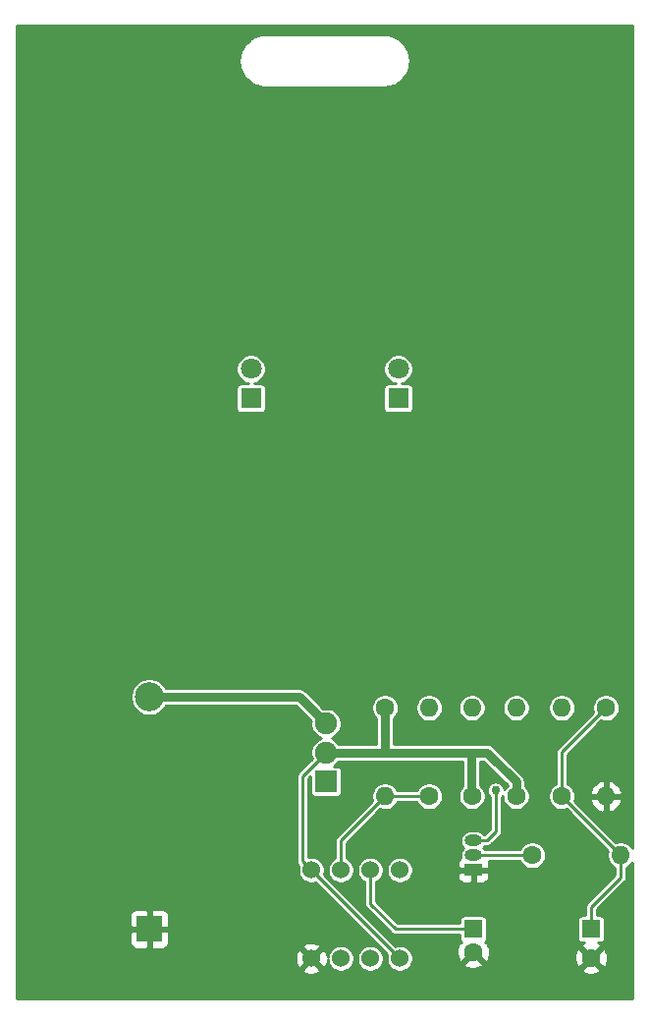
<source format=gtl>
%TF.GenerationSoftware,KiCad,Pcbnew,(5.1.6)-1*%
%TF.CreationDate,2020-09-24T16:41:58+05:30*%
%TF.ProjectId,555_Badge,3535355f-4261-4646-9765-2e6b69636164,v01*%
%TF.SameCoordinates,Original*%
%TF.FileFunction,Copper,L1,Top*%
%TF.FilePolarity,Positive*%
%FSLAX46Y46*%
G04 Gerber Fmt 4.6, Leading zero omitted, Abs format (unit mm)*
G04 Created by KiCad (PCBNEW (5.1.6)-1) date 2020-09-24 16:41:58*
%MOMM*%
%LPD*%
G01*
G04 APERTURE LIST*
%TA.AperFunction,ComponentPad*%
%ADD10C,2.500000*%
%TD*%
%TA.AperFunction,ComponentPad*%
%ADD11R,2.170000X2.170000*%
%TD*%
%TA.AperFunction,ComponentPad*%
%ADD12C,1.600000*%
%TD*%
%TA.AperFunction,ComponentPad*%
%ADD13R,1.600000X1.600000*%
%TD*%
%TA.AperFunction,ComponentPad*%
%ADD14C,1.800000*%
%TD*%
%TA.AperFunction,ComponentPad*%
%ADD15R,1.800000X1.800000*%
%TD*%
%TA.AperFunction,ComponentPad*%
%ADD16O,1.500000X1.000000*%
%TD*%
%TA.AperFunction,ComponentPad*%
%ADD17R,1.500000X1.000000*%
%TD*%
%TA.AperFunction,ComponentPad*%
%ADD18O,1.600000X1.600000*%
%TD*%
%TA.AperFunction,ComponentPad*%
%ADD19R,1.900000X1.900000*%
%TD*%
%TA.AperFunction,ComponentPad*%
%ADD20C,1.900000*%
%TD*%
%TA.AperFunction,ComponentPad*%
%ADD21C,1.524000*%
%TD*%
%TA.AperFunction,ViaPad*%
%ADD22C,0.762000*%
%TD*%
%TA.AperFunction,Conductor*%
%ADD23C,0.762000*%
%TD*%
%TA.AperFunction,Conductor*%
%ADD24C,0.254000*%
%TD*%
G04 APERTURE END LIST*
D10*
%TO.P,BAT1,Pos*%
%TO.N,Net-(BAT1-PadPos)*%
X138811000Y-100650000D03*
D11*
%TO.P,BAT1,Neg*%
%TO.N,GND*%
X138811000Y-120650000D03*
%TD*%
D12*
%TO.P,C1,2*%
%TO.N,GND*%
X166751000Y-122650000D03*
D13*
%TO.P,C1,1*%
%TO.N,Net-(C1-Pad1)*%
X166751000Y-120650000D03*
%TD*%
D12*
%TO.P,C2,2*%
%TO.N,GND*%
X176911000Y-123150000D03*
D13*
%TO.P,C2,1*%
%TO.N,Net-(C2-Pad1)*%
X176911000Y-120650000D03*
%TD*%
D14*
%TO.P,D1,2*%
%TO.N,Net-(D1-Pad2)*%
X147574000Y-72390000D03*
D15*
%TO.P,D1,1*%
%TO.N,Net-(D1-Pad1)*%
X147574000Y-74930000D03*
%TD*%
D14*
%TO.P,D2,2*%
%TO.N,Net-(D2-Pad2)*%
X160274000Y-72390000D03*
D15*
%TO.P,D2,1*%
%TO.N,Net-(D1-Pad1)*%
X160274000Y-74930000D03*
%TD*%
D16*
%TO.P,Q1,2*%
%TO.N,Net-(Q1-Pad2)*%
X166751000Y-114300000D03*
%TO.P,Q1,3*%
%TO.N,Net-(D1-Pad1)*%
X166751000Y-113030000D03*
D17*
%TO.P,Q1,1*%
%TO.N,GND*%
X166751000Y-115570000D03*
%TD*%
D12*
%TO.P,R1,1*%
%TO.N,VCC*%
X159131000Y-101600000D03*
D18*
%TO.P,R1,2*%
%TO.N,Net-(R1-Pad2)*%
X159131000Y-109220000D03*
%TD*%
D12*
%TO.P,R2,1*%
%TO.N,Net-(R1-Pad2)*%
X162941000Y-109220000D03*
D18*
%TO.P,R2,2*%
%TO.N,Net-(C1-Pad1)*%
X162941000Y-101600000D03*
%TD*%
D12*
%TO.P,R3,1*%
%TO.N,Net-(C2-Pad1)*%
X174371000Y-109220000D03*
D18*
%TO.P,R3,2*%
%TO.N,Net-(R3-Pad2)*%
X174371000Y-101600000D03*
%TD*%
%TO.P,R4,2*%
%TO.N,GND*%
X178181000Y-109220000D03*
D12*
%TO.P,R4,1*%
%TO.N,Net-(C2-Pad1)*%
X178181000Y-101600000D03*
%TD*%
%TO.P,R5,1*%
%TO.N,Net-(Q1-Pad2)*%
X171831000Y-114300000D03*
D18*
%TO.P,R5,2*%
%TO.N,Net-(C2-Pad1)*%
X179451000Y-114300000D03*
%TD*%
%TO.P,R6,2*%
%TO.N,Net-(D1-Pad2)*%
X166624000Y-101600000D03*
D12*
%TO.P,R6,1*%
%TO.N,VCC*%
X166624000Y-109220000D03*
%TD*%
%TO.P,R7,1*%
%TO.N,VCC*%
X170434000Y-109220000D03*
D18*
%TO.P,R7,2*%
%TO.N,Net-(D2-Pad2)*%
X170434000Y-101600000D03*
%TD*%
D19*
%TO.P,S1,1*%
%TO.N,Net-(S1-Pad1)*%
X154051000Y-107950000D03*
D20*
%TO.P,S1,2*%
%TO.N,VCC*%
X154051000Y-105450000D03*
%TO.P,S1,3*%
%TO.N,Net-(BAT1-PadPos)*%
X154051000Y-102950000D03*
%TD*%
D21*
%TO.P,U1,8*%
%TO.N,VCC*%
X152781000Y-115570000D03*
%TO.P,U1,7*%
%TO.N,Net-(R1-Pad2)*%
X155321000Y-115570000D03*
%TO.P,U1,6*%
%TO.N,Net-(C1-Pad1)*%
X157861000Y-115570000D03*
%TO.P,U1,5*%
%TO.N,Net-(U1-Pad5)*%
X160401000Y-115570000D03*
%TO.P,U1,4*%
%TO.N,VCC*%
X160401000Y-123190000D03*
%TO.P,U1,3*%
%TO.N,Net-(R3-Pad2)*%
X157861000Y-123190000D03*
%TO.P,U1,2*%
%TO.N,Net-(C1-Pad1)*%
X155321000Y-123190000D03*
%TO.P,U1,1*%
%TO.N,GND*%
X152781000Y-123190000D03*
%TD*%
D22*
%TO.N,Net-(D1-Pad1)*%
X168656000Y-108712000D03*
%TD*%
D23*
%TO.N,Net-(BAT1-PadPos)*%
X151751000Y-100650000D02*
X154051000Y-102950000D01*
X138811000Y-100650000D02*
X151751000Y-100650000D01*
D24*
%TO.N,Net-(C1-Pad1)*%
X157861000Y-115570000D02*
X157861000Y-118491000D01*
X160020000Y-120650000D02*
X166751000Y-120650000D01*
X157861000Y-118491000D02*
X160020000Y-120650000D01*
%TO.N,Net-(C2-Pad1)*%
X176911000Y-120650000D02*
X176911000Y-118745000D01*
X179451000Y-116205000D02*
X179451000Y-114300000D01*
X176911000Y-118745000D02*
X179451000Y-116205000D01*
X179451000Y-114300000D02*
X174371000Y-109220000D01*
X174371000Y-105410000D02*
X178181000Y-101600000D01*
X174371000Y-109220000D02*
X174371000Y-105410000D01*
%TO.N,Net-(D1-Pad1)*%
X166751000Y-113030000D02*
X166878000Y-113030000D01*
X166751000Y-113030000D02*
X167894000Y-113030000D01*
X167894000Y-113030000D02*
X168656000Y-112268000D01*
X168656000Y-112268000D02*
X168656000Y-108712000D01*
%TO.N,Net-(Q1-Pad2)*%
X166751000Y-114300000D02*
X171831000Y-114300000D01*
D23*
%TO.N,VCC*%
X159131000Y-105363000D02*
X159218000Y-105450000D01*
X159131000Y-101600000D02*
X159131000Y-105363000D01*
X154051000Y-105450000D02*
X159218000Y-105450000D01*
D24*
X152019001Y-107481999D02*
X152019001Y-114808001D01*
X152019001Y-114808001D02*
X152781000Y-115570000D01*
X154051000Y-105450000D02*
X152019001Y-107481999D01*
X152781000Y-115570000D02*
X160401000Y-123190000D01*
D23*
X170434000Y-107950000D02*
X170434000Y-109220000D01*
X167934000Y-105450000D02*
X170434000Y-107950000D01*
X166584000Y-109180000D02*
X166624000Y-109220000D01*
X166584000Y-105450000D02*
X166584000Y-109180000D01*
X166584000Y-105450000D02*
X167934000Y-105450000D01*
X159218000Y-105450000D02*
X166584000Y-105450000D01*
D24*
%TO.N,Net-(R1-Pad2)*%
X155321000Y-113030000D02*
X159131000Y-109220000D01*
X155321000Y-115570000D02*
X155321000Y-113030000D01*
X159131000Y-109220000D02*
X162941000Y-109220000D01*
%TD*%
%TO.N,GND*%
G36*
X180454300Y-113675802D02*
G01*
X180368342Y-113547157D01*
X180203843Y-113382658D01*
X180010413Y-113253412D01*
X179795485Y-113164386D01*
X179567318Y-113119000D01*
X179334682Y-113119000D01*
X179106515Y-113164386D01*
X179055102Y-113185682D01*
X175485318Y-109615898D01*
X175504727Y-109569040D01*
X176789091Y-109569040D01*
X176883930Y-109833881D01*
X177028615Y-110075131D01*
X177217586Y-110283519D01*
X177443580Y-110451037D01*
X177697913Y-110571246D01*
X177831961Y-110611904D01*
X178054000Y-110489915D01*
X178054000Y-109347000D01*
X178308000Y-109347000D01*
X178308000Y-110489915D01*
X178530039Y-110611904D01*
X178664087Y-110571246D01*
X178918420Y-110451037D01*
X179144414Y-110283519D01*
X179333385Y-110075131D01*
X179478070Y-109833881D01*
X179572909Y-109569040D01*
X179451624Y-109347000D01*
X178308000Y-109347000D01*
X178054000Y-109347000D01*
X176910376Y-109347000D01*
X176789091Y-109569040D01*
X175504727Y-109569040D01*
X175506614Y-109564485D01*
X175552000Y-109336318D01*
X175552000Y-109103682D01*
X175506614Y-108875515D01*
X175504728Y-108870960D01*
X176789091Y-108870960D01*
X176910376Y-109093000D01*
X178054000Y-109093000D01*
X178054000Y-107950085D01*
X178308000Y-107950085D01*
X178308000Y-109093000D01*
X179451624Y-109093000D01*
X179572909Y-108870960D01*
X179478070Y-108606119D01*
X179333385Y-108364869D01*
X179144414Y-108156481D01*
X178918420Y-107988963D01*
X178664087Y-107868754D01*
X178530039Y-107828096D01*
X178308000Y-107950085D01*
X178054000Y-107950085D01*
X177831961Y-107828096D01*
X177697913Y-107868754D01*
X177443580Y-107988963D01*
X177217586Y-108156481D01*
X177028615Y-108364869D01*
X176883930Y-108606119D01*
X176789091Y-108870960D01*
X175504728Y-108870960D01*
X175417588Y-108660587D01*
X175288342Y-108467157D01*
X175123843Y-108302658D01*
X174930413Y-108173412D01*
X174879000Y-108152116D01*
X174879000Y-105620420D01*
X177785102Y-102714318D01*
X177836515Y-102735614D01*
X178064682Y-102781000D01*
X178297318Y-102781000D01*
X178525485Y-102735614D01*
X178740413Y-102646588D01*
X178933843Y-102517342D01*
X179098342Y-102352843D01*
X179227588Y-102159413D01*
X179316614Y-101944485D01*
X179362000Y-101716318D01*
X179362000Y-101483682D01*
X179316614Y-101255515D01*
X179227588Y-101040587D01*
X179098342Y-100847157D01*
X178933843Y-100682658D01*
X178740413Y-100553412D01*
X178525485Y-100464386D01*
X178297318Y-100419000D01*
X178064682Y-100419000D01*
X177836515Y-100464386D01*
X177621587Y-100553412D01*
X177428157Y-100682658D01*
X177263658Y-100847157D01*
X177134412Y-101040587D01*
X177045386Y-101255515D01*
X177000000Y-101483682D01*
X177000000Y-101716318D01*
X177045386Y-101944485D01*
X177066682Y-101995898D01*
X174029430Y-105033150D01*
X174010053Y-105049052D01*
X173994151Y-105068429D01*
X173994150Y-105068430D01*
X173946571Y-105126405D01*
X173925191Y-105166405D01*
X173899400Y-105214657D01*
X173873323Y-105300623D01*
X173870352Y-105310416D01*
X173860543Y-105410000D01*
X173863001Y-105434954D01*
X173863000Y-108152116D01*
X173811587Y-108173412D01*
X173618157Y-108302658D01*
X173453658Y-108467157D01*
X173324412Y-108660587D01*
X173235386Y-108875515D01*
X173190000Y-109103682D01*
X173190000Y-109336318D01*
X173235386Y-109564485D01*
X173324412Y-109779413D01*
X173453658Y-109972843D01*
X173618157Y-110137342D01*
X173811587Y-110266588D01*
X174026515Y-110355614D01*
X174254682Y-110401000D01*
X174487318Y-110401000D01*
X174715485Y-110355614D01*
X174766898Y-110334318D01*
X178336682Y-113904102D01*
X178315386Y-113955515D01*
X178270000Y-114183682D01*
X178270000Y-114416318D01*
X178315386Y-114644485D01*
X178404412Y-114859413D01*
X178533658Y-115052843D01*
X178698157Y-115217342D01*
X178891587Y-115346588D01*
X178943000Y-115367884D01*
X178943000Y-115994579D01*
X176569430Y-118368150D01*
X176550053Y-118384052D01*
X176534151Y-118403429D01*
X176534150Y-118403430D01*
X176486571Y-118461405D01*
X176439400Y-118549657D01*
X176410352Y-118645416D01*
X176400543Y-118745000D01*
X176403001Y-118769954D01*
X176403001Y-119467157D01*
X176111000Y-119467157D01*
X176036311Y-119474513D01*
X175964492Y-119496299D01*
X175898304Y-119531678D01*
X175840289Y-119579289D01*
X175792678Y-119637304D01*
X175757299Y-119703492D01*
X175735513Y-119775311D01*
X175728157Y-119850000D01*
X175728157Y-121450000D01*
X175735513Y-121524689D01*
X175757299Y-121596508D01*
X175792678Y-121662696D01*
X175840289Y-121720711D01*
X175898304Y-121768322D01*
X175964492Y-121803701D01*
X176036311Y-121825487D01*
X176111000Y-121832843D01*
X176332609Y-121832843D01*
X176294708Y-121846397D01*
X176169486Y-121913329D01*
X176097903Y-122157298D01*
X176911000Y-122970395D01*
X177724097Y-122157298D01*
X177652514Y-121913329D01*
X177482415Y-121832843D01*
X177711000Y-121832843D01*
X177785689Y-121825487D01*
X177857508Y-121803701D01*
X177923696Y-121768322D01*
X177981711Y-121720711D01*
X178029322Y-121662696D01*
X178064701Y-121596508D01*
X178086487Y-121524689D01*
X178093843Y-121450000D01*
X178093843Y-119850000D01*
X178086487Y-119775311D01*
X178064701Y-119703492D01*
X178029322Y-119637304D01*
X177981711Y-119579289D01*
X177923696Y-119531678D01*
X177857508Y-119496299D01*
X177785689Y-119474513D01*
X177711000Y-119467157D01*
X177419000Y-119467157D01*
X177419000Y-118955420D01*
X179792571Y-116581850D01*
X179811948Y-116565948D01*
X179830624Y-116543190D01*
X179875429Y-116488596D01*
X179922600Y-116400345D01*
X179922601Y-116400342D01*
X179951649Y-116304585D01*
X179959000Y-116229947D01*
X179959000Y-116229945D01*
X179961457Y-116205001D01*
X179959000Y-116180057D01*
X179959000Y-115367884D01*
X180010413Y-115346588D01*
X180203843Y-115217342D01*
X180368342Y-115052843D01*
X180454300Y-114924198D01*
X180454300Y-126606300D01*
X127393700Y-126606300D01*
X127393700Y-124155565D01*
X151995040Y-124155565D01*
X152062020Y-124395656D01*
X152311048Y-124512756D01*
X152578135Y-124579023D01*
X152853017Y-124591910D01*
X153125133Y-124550922D01*
X153384023Y-124457636D01*
X153499980Y-124395656D01*
X153566960Y-124155565D01*
X152781000Y-123369605D01*
X151995040Y-124155565D01*
X127393700Y-124155565D01*
X127393700Y-123262017D01*
X151379090Y-123262017D01*
X151420078Y-123534133D01*
X151513364Y-123793023D01*
X151575344Y-123908980D01*
X151815435Y-123975960D01*
X152601395Y-123190000D01*
X152960605Y-123190000D01*
X153746565Y-123975960D01*
X153986656Y-123908980D01*
X154103756Y-123659952D01*
X154170023Y-123392865D01*
X154178000Y-123222714D01*
X154178000Y-123302576D01*
X154221925Y-123523401D01*
X154308087Y-123731413D01*
X154433174Y-123918620D01*
X154592380Y-124077826D01*
X154779587Y-124202913D01*
X154987599Y-124289075D01*
X155208424Y-124333000D01*
X155433576Y-124333000D01*
X155654401Y-124289075D01*
X155862413Y-124202913D01*
X156049620Y-124077826D01*
X156208826Y-123918620D01*
X156333913Y-123731413D01*
X156420075Y-123523401D01*
X156464000Y-123302576D01*
X156464000Y-123077424D01*
X156718000Y-123077424D01*
X156718000Y-123302576D01*
X156761925Y-123523401D01*
X156848087Y-123731413D01*
X156973174Y-123918620D01*
X157132380Y-124077826D01*
X157319587Y-124202913D01*
X157527599Y-124289075D01*
X157748424Y-124333000D01*
X157973576Y-124333000D01*
X158194401Y-124289075D01*
X158402413Y-124202913D01*
X158589620Y-124077826D01*
X158748826Y-123918620D01*
X158873913Y-123731413D01*
X158960075Y-123523401D01*
X159004000Y-123302576D01*
X159004000Y-123077424D01*
X158960075Y-122856599D01*
X158873913Y-122648587D01*
X158748826Y-122461380D01*
X158589620Y-122302174D01*
X158402413Y-122177087D01*
X158194401Y-122090925D01*
X157973576Y-122047000D01*
X157748424Y-122047000D01*
X157527599Y-122090925D01*
X157319587Y-122177087D01*
X157132380Y-122302174D01*
X156973174Y-122461380D01*
X156848087Y-122648587D01*
X156761925Y-122856599D01*
X156718000Y-123077424D01*
X156464000Y-123077424D01*
X156420075Y-122856599D01*
X156333913Y-122648587D01*
X156208826Y-122461380D01*
X156049620Y-122302174D01*
X155862413Y-122177087D01*
X155654401Y-122090925D01*
X155433576Y-122047000D01*
X155208424Y-122047000D01*
X154987599Y-122090925D01*
X154779587Y-122177087D01*
X154592380Y-122302174D01*
X154433174Y-122461380D01*
X154308087Y-122648587D01*
X154221925Y-122856599D01*
X154178000Y-123077424D01*
X154178000Y-123085386D01*
X154141922Y-122845867D01*
X154048636Y-122586977D01*
X153986656Y-122471020D01*
X153746565Y-122404040D01*
X152960605Y-123190000D01*
X152601395Y-123190000D01*
X151815435Y-122404040D01*
X151575344Y-122471020D01*
X151458244Y-122720048D01*
X151391977Y-122987135D01*
X151379090Y-123262017D01*
X127393700Y-123262017D01*
X127393700Y-121735000D01*
X137087928Y-121735000D01*
X137100188Y-121859482D01*
X137136498Y-121979180D01*
X137195463Y-122089494D01*
X137274815Y-122186185D01*
X137371506Y-122265537D01*
X137481820Y-122324502D01*
X137601518Y-122360812D01*
X137726000Y-122373072D01*
X138525250Y-122370000D01*
X138684000Y-122211250D01*
X138684000Y-120777000D01*
X138938000Y-120777000D01*
X138938000Y-122211250D01*
X139096750Y-122370000D01*
X139896000Y-122373072D01*
X140020482Y-122360812D01*
X140140180Y-122324502D01*
X140250494Y-122265537D01*
X140300577Y-122224435D01*
X151995040Y-122224435D01*
X152781000Y-123010395D01*
X153566960Y-122224435D01*
X153499980Y-121984344D01*
X153250952Y-121867244D01*
X152983865Y-121800977D01*
X152708983Y-121788090D01*
X152436867Y-121829078D01*
X152177977Y-121922364D01*
X152062020Y-121984344D01*
X151995040Y-122224435D01*
X140300577Y-122224435D01*
X140347185Y-122186185D01*
X140426537Y-122089494D01*
X140485502Y-121979180D01*
X140521812Y-121859482D01*
X140534072Y-121735000D01*
X140531000Y-120935750D01*
X140372250Y-120777000D01*
X138938000Y-120777000D01*
X138684000Y-120777000D01*
X137249750Y-120777000D01*
X137091000Y-120935750D01*
X137087928Y-121735000D01*
X127393700Y-121735000D01*
X127393700Y-119565000D01*
X137087928Y-119565000D01*
X137091000Y-120364250D01*
X137249750Y-120523000D01*
X138684000Y-120523000D01*
X138684000Y-119088750D01*
X138938000Y-119088750D01*
X138938000Y-120523000D01*
X140372250Y-120523000D01*
X140531000Y-120364250D01*
X140534072Y-119565000D01*
X140521812Y-119440518D01*
X140485502Y-119320820D01*
X140426537Y-119210506D01*
X140347185Y-119113815D01*
X140250494Y-119034463D01*
X140140180Y-118975498D01*
X140020482Y-118939188D01*
X139896000Y-118926928D01*
X139096750Y-118930000D01*
X138938000Y-119088750D01*
X138684000Y-119088750D01*
X138525250Y-118930000D01*
X137726000Y-118926928D01*
X137601518Y-118939188D01*
X137481820Y-118975498D01*
X137371506Y-119034463D01*
X137274815Y-119113815D01*
X137195463Y-119210506D01*
X137136498Y-119320820D01*
X137100188Y-119440518D01*
X137087928Y-119565000D01*
X127393700Y-119565000D01*
X127393700Y-100489360D01*
X137180000Y-100489360D01*
X137180000Y-100810640D01*
X137242678Y-101125745D01*
X137365626Y-101422568D01*
X137544119Y-101689702D01*
X137771298Y-101916881D01*
X138038432Y-102095374D01*
X138335255Y-102218322D01*
X138650360Y-102281000D01*
X138971640Y-102281000D01*
X139286745Y-102218322D01*
X139583568Y-102095374D01*
X139850702Y-101916881D01*
X140077881Y-101689702D01*
X140256374Y-101422568D01*
X140260751Y-101412000D01*
X151435370Y-101412000D01*
X152740287Y-102716918D01*
X152720000Y-102818908D01*
X152720000Y-103081092D01*
X152771150Y-103338238D01*
X152871483Y-103580465D01*
X153017145Y-103798463D01*
X153202537Y-103983855D01*
X153420535Y-104129517D01*
X153590697Y-104200000D01*
X153420535Y-104270483D01*
X153202537Y-104416145D01*
X153017145Y-104601537D01*
X152871483Y-104819535D01*
X152771150Y-105061762D01*
X152720000Y-105318908D01*
X152720000Y-105581092D01*
X152771150Y-105838238D01*
X152821877Y-105960703D01*
X151677436Y-107105144D01*
X151658053Y-107121051D01*
X151594572Y-107198404D01*
X151547400Y-107286657D01*
X151518352Y-107382415D01*
X151511001Y-107457052D01*
X151508544Y-107481999D01*
X151511001Y-107506943D01*
X151511002Y-114783047D01*
X151508544Y-114808001D01*
X151517475Y-114898675D01*
X151518353Y-114907586D01*
X151529860Y-114945518D01*
X151547401Y-115003344D01*
X151594572Y-115091596D01*
X151616139Y-115117875D01*
X151658054Y-115168949D01*
X151677431Y-115184851D01*
X151695765Y-115203185D01*
X151681925Y-115236599D01*
X151638000Y-115457424D01*
X151638000Y-115682576D01*
X151681925Y-115903401D01*
X151768087Y-116111413D01*
X151893174Y-116298620D01*
X152052380Y-116457826D01*
X152239587Y-116582913D01*
X152447599Y-116669075D01*
X152668424Y-116713000D01*
X152893576Y-116713000D01*
X153114401Y-116669075D01*
X153147814Y-116655235D01*
X159315765Y-122823186D01*
X159301925Y-122856599D01*
X159258000Y-123077424D01*
X159258000Y-123302576D01*
X159301925Y-123523401D01*
X159388087Y-123731413D01*
X159513174Y-123918620D01*
X159672380Y-124077826D01*
X159859587Y-124202913D01*
X160067599Y-124289075D01*
X160288424Y-124333000D01*
X160513576Y-124333000D01*
X160734401Y-124289075D01*
X160942413Y-124202913D01*
X161032525Y-124142702D01*
X176097903Y-124142702D01*
X176169486Y-124386671D01*
X176424996Y-124507571D01*
X176699184Y-124576300D01*
X176981512Y-124590217D01*
X177261130Y-124548787D01*
X177527292Y-124453603D01*
X177652514Y-124386671D01*
X177724097Y-124142702D01*
X176911000Y-123329605D01*
X176097903Y-124142702D01*
X161032525Y-124142702D01*
X161129620Y-124077826D01*
X161288826Y-123918620D01*
X161413913Y-123731413D01*
X161450658Y-123642702D01*
X165937903Y-123642702D01*
X166009486Y-123886671D01*
X166264996Y-124007571D01*
X166539184Y-124076300D01*
X166821512Y-124090217D01*
X167101130Y-124048787D01*
X167367292Y-123953603D01*
X167492514Y-123886671D01*
X167564097Y-123642702D01*
X166751000Y-122829605D01*
X165937903Y-123642702D01*
X161450658Y-123642702D01*
X161500075Y-123523401D01*
X161544000Y-123302576D01*
X161544000Y-123077424D01*
X161500075Y-122856599D01*
X161413913Y-122648587D01*
X161288826Y-122461380D01*
X161129620Y-122302174D01*
X160942413Y-122177087D01*
X160734401Y-122090925D01*
X160513576Y-122047000D01*
X160288424Y-122047000D01*
X160067599Y-122090925D01*
X160034186Y-122104765D01*
X153866235Y-115936814D01*
X153880075Y-115903401D01*
X153924000Y-115682576D01*
X153924000Y-115457424D01*
X154178000Y-115457424D01*
X154178000Y-115682576D01*
X154221925Y-115903401D01*
X154308087Y-116111413D01*
X154433174Y-116298620D01*
X154592380Y-116457826D01*
X154779587Y-116582913D01*
X154987599Y-116669075D01*
X155208424Y-116713000D01*
X155433576Y-116713000D01*
X155654401Y-116669075D01*
X155862413Y-116582913D01*
X156049620Y-116457826D01*
X156208826Y-116298620D01*
X156333913Y-116111413D01*
X156420075Y-115903401D01*
X156464000Y-115682576D01*
X156464000Y-115457424D01*
X156718000Y-115457424D01*
X156718000Y-115682576D01*
X156761925Y-115903401D01*
X156848087Y-116111413D01*
X156973174Y-116298620D01*
X157132380Y-116457826D01*
X157319587Y-116582913D01*
X157353000Y-116596753D01*
X157353001Y-118466046D01*
X157350543Y-118491000D01*
X157360352Y-118590584D01*
X157389400Y-118686343D01*
X157436571Y-118774595D01*
X157484150Y-118832570D01*
X157500053Y-118851948D01*
X157519430Y-118867850D01*
X159643150Y-120991571D01*
X159659052Y-121010948D01*
X159678429Y-121026850D01*
X159736404Y-121074429D01*
X159783576Y-121099643D01*
X159824657Y-121121601D01*
X159920415Y-121150649D01*
X159995053Y-121158000D01*
X159995055Y-121158000D01*
X160019999Y-121160457D01*
X160044943Y-121158000D01*
X165568157Y-121158000D01*
X165568157Y-121450000D01*
X165575513Y-121524689D01*
X165597299Y-121596508D01*
X165632678Y-121662696D01*
X165663004Y-121699649D01*
X165642023Y-121720630D01*
X165758296Y-121836903D01*
X165514329Y-121908486D01*
X165393429Y-122163996D01*
X165324700Y-122438184D01*
X165310783Y-122720512D01*
X165352213Y-123000130D01*
X165447397Y-123266292D01*
X165514329Y-123391514D01*
X165758298Y-123463097D01*
X166571395Y-122650000D01*
X166557253Y-122635858D01*
X166736858Y-122456253D01*
X166751000Y-122470395D01*
X166765143Y-122456253D01*
X166944748Y-122635858D01*
X166930605Y-122650000D01*
X167743702Y-123463097D01*
X167987671Y-123391514D01*
X168068584Y-123220512D01*
X175470783Y-123220512D01*
X175512213Y-123500130D01*
X175607397Y-123766292D01*
X175674329Y-123891514D01*
X175918298Y-123963097D01*
X176731395Y-123150000D01*
X177090605Y-123150000D01*
X177903702Y-123963097D01*
X178147671Y-123891514D01*
X178268571Y-123636004D01*
X178337300Y-123361816D01*
X178351217Y-123079488D01*
X178309787Y-122799870D01*
X178214603Y-122533708D01*
X178147671Y-122408486D01*
X177903702Y-122336903D01*
X177090605Y-123150000D01*
X176731395Y-123150000D01*
X175918298Y-122336903D01*
X175674329Y-122408486D01*
X175553429Y-122663996D01*
X175484700Y-122938184D01*
X175470783Y-123220512D01*
X168068584Y-123220512D01*
X168108571Y-123136004D01*
X168177300Y-122861816D01*
X168191217Y-122579488D01*
X168149787Y-122299870D01*
X168054603Y-122033708D01*
X167987671Y-121908486D01*
X167743704Y-121836903D01*
X167859977Y-121720630D01*
X167838996Y-121699649D01*
X167869322Y-121662696D01*
X167904701Y-121596508D01*
X167926487Y-121524689D01*
X167933843Y-121450000D01*
X167933843Y-119850000D01*
X167926487Y-119775311D01*
X167904701Y-119703492D01*
X167869322Y-119637304D01*
X167821711Y-119579289D01*
X167763696Y-119531678D01*
X167697508Y-119496299D01*
X167625689Y-119474513D01*
X167551000Y-119467157D01*
X165951000Y-119467157D01*
X165876311Y-119474513D01*
X165804492Y-119496299D01*
X165738304Y-119531678D01*
X165680289Y-119579289D01*
X165632678Y-119637304D01*
X165597299Y-119703492D01*
X165575513Y-119775311D01*
X165568157Y-119850000D01*
X165568157Y-120142000D01*
X160230421Y-120142000D01*
X158369000Y-118280580D01*
X158369000Y-116596753D01*
X158402413Y-116582913D01*
X158589620Y-116457826D01*
X158748826Y-116298620D01*
X158873913Y-116111413D01*
X158960075Y-115903401D01*
X159004000Y-115682576D01*
X159004000Y-115457424D01*
X159258000Y-115457424D01*
X159258000Y-115682576D01*
X159301925Y-115903401D01*
X159388087Y-116111413D01*
X159513174Y-116298620D01*
X159672380Y-116457826D01*
X159859587Y-116582913D01*
X160067599Y-116669075D01*
X160288424Y-116713000D01*
X160513576Y-116713000D01*
X160734401Y-116669075D01*
X160942413Y-116582913D01*
X161129620Y-116457826D01*
X161288826Y-116298620D01*
X161413913Y-116111413D01*
X161431066Y-116070000D01*
X165362928Y-116070000D01*
X165375188Y-116194482D01*
X165411498Y-116314180D01*
X165470463Y-116424494D01*
X165549815Y-116521185D01*
X165646506Y-116600537D01*
X165756820Y-116659502D01*
X165876518Y-116695812D01*
X166001000Y-116708072D01*
X166465250Y-116705000D01*
X166624000Y-116546250D01*
X166624000Y-115697000D01*
X166878000Y-115697000D01*
X166878000Y-116546250D01*
X167036750Y-116705000D01*
X167501000Y-116708072D01*
X167625482Y-116695812D01*
X167745180Y-116659502D01*
X167855494Y-116600537D01*
X167952185Y-116521185D01*
X168031537Y-116424494D01*
X168090502Y-116314180D01*
X168126812Y-116194482D01*
X168139072Y-116070000D01*
X168136000Y-115855750D01*
X167977250Y-115697000D01*
X166878000Y-115697000D01*
X166624000Y-115697000D01*
X165524750Y-115697000D01*
X165366000Y-115855750D01*
X165362928Y-116070000D01*
X161431066Y-116070000D01*
X161500075Y-115903401D01*
X161544000Y-115682576D01*
X161544000Y-115457424D01*
X161500075Y-115236599D01*
X161413913Y-115028587D01*
X161288826Y-114841380D01*
X161129620Y-114682174D01*
X160942413Y-114557087D01*
X160734401Y-114470925D01*
X160513576Y-114427000D01*
X160288424Y-114427000D01*
X160067599Y-114470925D01*
X159859587Y-114557087D01*
X159672380Y-114682174D01*
X159513174Y-114841380D01*
X159388087Y-115028587D01*
X159301925Y-115236599D01*
X159258000Y-115457424D01*
X159004000Y-115457424D01*
X158960075Y-115236599D01*
X158873913Y-115028587D01*
X158748826Y-114841380D01*
X158589620Y-114682174D01*
X158402413Y-114557087D01*
X158194401Y-114470925D01*
X157973576Y-114427000D01*
X157748424Y-114427000D01*
X157527599Y-114470925D01*
X157319587Y-114557087D01*
X157132380Y-114682174D01*
X156973174Y-114841380D01*
X156848087Y-115028587D01*
X156761925Y-115236599D01*
X156718000Y-115457424D01*
X156464000Y-115457424D01*
X156420075Y-115236599D01*
X156333913Y-115028587D01*
X156208826Y-114841380D01*
X156049620Y-114682174D01*
X155862413Y-114557087D01*
X155829000Y-114543247D01*
X155829000Y-113240420D01*
X158735102Y-110334318D01*
X158786515Y-110355614D01*
X159014682Y-110401000D01*
X159247318Y-110401000D01*
X159475485Y-110355614D01*
X159690413Y-110266588D01*
X159883843Y-110137342D01*
X160048342Y-109972843D01*
X160177588Y-109779413D01*
X160198884Y-109728000D01*
X161873116Y-109728000D01*
X161894412Y-109779413D01*
X162023658Y-109972843D01*
X162188157Y-110137342D01*
X162381587Y-110266588D01*
X162596515Y-110355614D01*
X162824682Y-110401000D01*
X163057318Y-110401000D01*
X163285485Y-110355614D01*
X163500413Y-110266588D01*
X163693843Y-110137342D01*
X163858342Y-109972843D01*
X163987588Y-109779413D01*
X164076614Y-109564485D01*
X164122000Y-109336318D01*
X164122000Y-109103682D01*
X164076614Y-108875515D01*
X163987588Y-108660587D01*
X163858342Y-108467157D01*
X163693843Y-108302658D01*
X163500413Y-108173412D01*
X163285485Y-108084386D01*
X163057318Y-108039000D01*
X162824682Y-108039000D01*
X162596515Y-108084386D01*
X162381587Y-108173412D01*
X162188157Y-108302658D01*
X162023658Y-108467157D01*
X161894412Y-108660587D01*
X161873116Y-108712000D01*
X160198884Y-108712000D01*
X160177588Y-108660587D01*
X160048342Y-108467157D01*
X159883843Y-108302658D01*
X159690413Y-108173412D01*
X159475485Y-108084386D01*
X159247318Y-108039000D01*
X159014682Y-108039000D01*
X158786515Y-108084386D01*
X158571587Y-108173412D01*
X158378157Y-108302658D01*
X158213658Y-108467157D01*
X158084412Y-108660587D01*
X157995386Y-108875515D01*
X157950000Y-109103682D01*
X157950000Y-109336318D01*
X157995386Y-109564485D01*
X158016682Y-109615898D01*
X154979430Y-112653150D01*
X154960053Y-112669052D01*
X154944151Y-112688429D01*
X154944150Y-112688430D01*
X154896571Y-112746405D01*
X154849400Y-112834657D01*
X154820352Y-112930416D01*
X154810543Y-113030000D01*
X154813001Y-113054954D01*
X154813000Y-114543247D01*
X154779587Y-114557087D01*
X154592380Y-114682174D01*
X154433174Y-114841380D01*
X154308087Y-115028587D01*
X154221925Y-115236599D01*
X154178000Y-115457424D01*
X153924000Y-115457424D01*
X153880075Y-115236599D01*
X153793913Y-115028587D01*
X153668826Y-114841380D01*
X153509620Y-114682174D01*
X153322413Y-114557087D01*
X153114401Y-114470925D01*
X152893576Y-114427000D01*
X152668424Y-114427000D01*
X152527001Y-114455131D01*
X152527001Y-107692419D01*
X152718157Y-107501263D01*
X152718157Y-108900000D01*
X152725513Y-108974689D01*
X152747299Y-109046508D01*
X152782678Y-109112696D01*
X152830289Y-109170711D01*
X152888304Y-109218322D01*
X152954492Y-109253701D01*
X153026311Y-109275487D01*
X153101000Y-109282843D01*
X155001000Y-109282843D01*
X155075689Y-109275487D01*
X155147508Y-109253701D01*
X155213696Y-109218322D01*
X155271711Y-109170711D01*
X155319322Y-109112696D01*
X155354701Y-109046508D01*
X155376487Y-108974689D01*
X155383843Y-108900000D01*
X155383843Y-107000000D01*
X155376487Y-106925311D01*
X155354701Y-106853492D01*
X155319322Y-106787304D01*
X155271711Y-106729289D01*
X155213696Y-106681678D01*
X155147508Y-106646299D01*
X155075689Y-106624513D01*
X155001000Y-106617157D01*
X154699963Y-106617157D01*
X154899463Y-106483855D01*
X155084855Y-106298463D01*
X155142628Y-106212000D01*
X159180577Y-106212000D01*
X159218000Y-106215686D01*
X159255423Y-106212000D01*
X165822000Y-106212000D01*
X165822001Y-108351814D01*
X165706658Y-108467157D01*
X165577412Y-108660587D01*
X165488386Y-108875515D01*
X165443000Y-109103682D01*
X165443000Y-109336318D01*
X165488386Y-109564485D01*
X165577412Y-109779413D01*
X165706658Y-109972843D01*
X165871157Y-110137342D01*
X166064587Y-110266588D01*
X166279515Y-110355614D01*
X166507682Y-110401000D01*
X166740318Y-110401000D01*
X166968485Y-110355614D01*
X167183413Y-110266588D01*
X167376843Y-110137342D01*
X167541342Y-109972843D01*
X167670588Y-109779413D01*
X167759614Y-109564485D01*
X167805000Y-109336318D01*
X167805000Y-109103682D01*
X167759614Y-108875515D01*
X167670588Y-108660587D01*
X167541342Y-108467157D01*
X167376843Y-108302658D01*
X167346000Y-108282049D01*
X167346000Y-106212000D01*
X167618370Y-106212000D01*
X169672000Y-108265631D01*
X169672000Y-108311815D01*
X169516658Y-108467157D01*
X169414606Y-108619888D01*
X169388717Y-108489733D01*
X169331276Y-108351058D01*
X169247884Y-108226253D01*
X169141747Y-108120116D01*
X169016942Y-108036724D01*
X168878267Y-107979283D01*
X168731050Y-107950000D01*
X168580950Y-107950000D01*
X168433733Y-107979283D01*
X168295058Y-108036724D01*
X168170253Y-108120116D01*
X168064116Y-108226253D01*
X167980724Y-108351058D01*
X167923283Y-108489733D01*
X167894000Y-108636950D01*
X167894000Y-108787050D01*
X167923283Y-108934267D01*
X167980724Y-109072942D01*
X168064116Y-109197747D01*
X168148001Y-109281632D01*
X168148000Y-112057580D01*
X167705667Y-112499913D01*
X167626975Y-112404025D01*
X167492825Y-112293932D01*
X167339775Y-112212125D01*
X167173706Y-112161748D01*
X167044273Y-112149000D01*
X166457727Y-112149000D01*
X166328294Y-112161748D01*
X166162225Y-112212125D01*
X166009175Y-112293932D01*
X165875025Y-112404025D01*
X165764932Y-112538175D01*
X165683125Y-112691225D01*
X165632748Y-112857294D01*
X165615738Y-113030000D01*
X165632748Y-113202706D01*
X165683125Y-113368775D01*
X165764932Y-113521825D01*
X165875025Y-113655975D01*
X165886022Y-113665000D01*
X165875025Y-113674025D01*
X165764932Y-113808175D01*
X165683125Y-113961225D01*
X165632748Y-114127294D01*
X165615738Y-114300000D01*
X165632748Y-114472706D01*
X165652093Y-114536477D01*
X165646506Y-114539463D01*
X165549815Y-114618815D01*
X165470463Y-114715506D01*
X165411498Y-114825820D01*
X165375188Y-114945518D01*
X165362928Y-115070000D01*
X165366000Y-115284250D01*
X165524750Y-115443000D01*
X166624000Y-115443000D01*
X166624000Y-115423000D01*
X166878000Y-115423000D01*
X166878000Y-115443000D01*
X167977250Y-115443000D01*
X168136000Y-115284250D01*
X168139072Y-115070000D01*
X168126812Y-114945518D01*
X168090502Y-114825820D01*
X168080977Y-114808000D01*
X170763116Y-114808000D01*
X170784412Y-114859413D01*
X170913658Y-115052843D01*
X171078157Y-115217342D01*
X171271587Y-115346588D01*
X171486515Y-115435614D01*
X171714682Y-115481000D01*
X171947318Y-115481000D01*
X172175485Y-115435614D01*
X172390413Y-115346588D01*
X172583843Y-115217342D01*
X172748342Y-115052843D01*
X172877588Y-114859413D01*
X172966614Y-114644485D01*
X173012000Y-114416318D01*
X173012000Y-114183682D01*
X172966614Y-113955515D01*
X172877588Y-113740587D01*
X172748342Y-113547157D01*
X172583843Y-113382658D01*
X172390413Y-113253412D01*
X172175485Y-113164386D01*
X171947318Y-113119000D01*
X171714682Y-113119000D01*
X171486515Y-113164386D01*
X171271587Y-113253412D01*
X171078157Y-113382658D01*
X170913658Y-113547157D01*
X170784412Y-113740587D01*
X170763116Y-113792000D01*
X167723794Y-113792000D01*
X167626975Y-113674025D01*
X167615978Y-113665000D01*
X167626975Y-113655975D01*
X167723794Y-113538000D01*
X167869056Y-113538000D01*
X167894000Y-113540457D01*
X167918944Y-113538000D01*
X167918947Y-113538000D01*
X167993585Y-113530649D01*
X168089343Y-113501601D01*
X168177595Y-113454429D01*
X168254948Y-113390948D01*
X168270855Y-113371565D01*
X168997565Y-112644855D01*
X169016948Y-112628948D01*
X169080429Y-112551595D01*
X169127601Y-112463343D01*
X169156649Y-112367585D01*
X169164000Y-112292947D01*
X169164000Y-112292944D01*
X169166457Y-112268000D01*
X169164000Y-112243056D01*
X169164000Y-109281631D01*
X169247884Y-109197747D01*
X169253000Y-109190090D01*
X169253000Y-109336318D01*
X169298386Y-109564485D01*
X169387412Y-109779413D01*
X169516658Y-109972843D01*
X169681157Y-110137342D01*
X169874587Y-110266588D01*
X170089515Y-110355614D01*
X170317682Y-110401000D01*
X170550318Y-110401000D01*
X170778485Y-110355614D01*
X170993413Y-110266588D01*
X171186843Y-110137342D01*
X171351342Y-109972843D01*
X171480588Y-109779413D01*
X171569614Y-109564485D01*
X171615000Y-109336318D01*
X171615000Y-109103682D01*
X171569614Y-108875515D01*
X171480588Y-108660587D01*
X171351342Y-108467157D01*
X171196000Y-108311815D01*
X171196000Y-107987423D01*
X171199686Y-107950000D01*
X171196000Y-107912574D01*
X171184974Y-107800622D01*
X171141402Y-107656985D01*
X171070646Y-107524609D01*
X171070645Y-107524607D01*
X170999279Y-107437648D01*
X170975422Y-107408578D01*
X170946353Y-107384722D01*
X168499284Y-104937654D01*
X168475422Y-104908578D01*
X168359392Y-104813355D01*
X168227015Y-104742598D01*
X168083378Y-104699026D01*
X167971426Y-104688000D01*
X167971423Y-104688000D01*
X167934000Y-104684314D01*
X167896577Y-104688000D01*
X166621425Y-104688000D01*
X166584000Y-104684314D01*
X166546574Y-104688000D01*
X159893000Y-104688000D01*
X159893000Y-102508185D01*
X160048342Y-102352843D01*
X160177588Y-102159413D01*
X160266614Y-101944485D01*
X160312000Y-101716318D01*
X160312000Y-101483682D01*
X161760000Y-101483682D01*
X161760000Y-101716318D01*
X161805386Y-101944485D01*
X161894412Y-102159413D01*
X162023658Y-102352843D01*
X162188157Y-102517342D01*
X162381587Y-102646588D01*
X162596515Y-102735614D01*
X162824682Y-102781000D01*
X163057318Y-102781000D01*
X163285485Y-102735614D01*
X163500413Y-102646588D01*
X163693843Y-102517342D01*
X163858342Y-102352843D01*
X163987588Y-102159413D01*
X164076614Y-101944485D01*
X164122000Y-101716318D01*
X164122000Y-101483682D01*
X165443000Y-101483682D01*
X165443000Y-101716318D01*
X165488386Y-101944485D01*
X165577412Y-102159413D01*
X165706658Y-102352843D01*
X165871157Y-102517342D01*
X166064587Y-102646588D01*
X166279515Y-102735614D01*
X166507682Y-102781000D01*
X166740318Y-102781000D01*
X166968485Y-102735614D01*
X167183413Y-102646588D01*
X167376843Y-102517342D01*
X167541342Y-102352843D01*
X167670588Y-102159413D01*
X167759614Y-101944485D01*
X167805000Y-101716318D01*
X167805000Y-101483682D01*
X169253000Y-101483682D01*
X169253000Y-101716318D01*
X169298386Y-101944485D01*
X169387412Y-102159413D01*
X169516658Y-102352843D01*
X169681157Y-102517342D01*
X169874587Y-102646588D01*
X170089515Y-102735614D01*
X170317682Y-102781000D01*
X170550318Y-102781000D01*
X170778485Y-102735614D01*
X170993413Y-102646588D01*
X171186843Y-102517342D01*
X171351342Y-102352843D01*
X171480588Y-102159413D01*
X171569614Y-101944485D01*
X171615000Y-101716318D01*
X171615000Y-101483682D01*
X173190000Y-101483682D01*
X173190000Y-101716318D01*
X173235386Y-101944485D01*
X173324412Y-102159413D01*
X173453658Y-102352843D01*
X173618157Y-102517342D01*
X173811587Y-102646588D01*
X174026515Y-102735614D01*
X174254682Y-102781000D01*
X174487318Y-102781000D01*
X174715485Y-102735614D01*
X174930413Y-102646588D01*
X175123843Y-102517342D01*
X175288342Y-102352843D01*
X175417588Y-102159413D01*
X175506614Y-101944485D01*
X175552000Y-101716318D01*
X175552000Y-101483682D01*
X175506614Y-101255515D01*
X175417588Y-101040587D01*
X175288342Y-100847157D01*
X175123843Y-100682658D01*
X174930413Y-100553412D01*
X174715485Y-100464386D01*
X174487318Y-100419000D01*
X174254682Y-100419000D01*
X174026515Y-100464386D01*
X173811587Y-100553412D01*
X173618157Y-100682658D01*
X173453658Y-100847157D01*
X173324412Y-101040587D01*
X173235386Y-101255515D01*
X173190000Y-101483682D01*
X171615000Y-101483682D01*
X171569614Y-101255515D01*
X171480588Y-101040587D01*
X171351342Y-100847157D01*
X171186843Y-100682658D01*
X170993413Y-100553412D01*
X170778485Y-100464386D01*
X170550318Y-100419000D01*
X170317682Y-100419000D01*
X170089515Y-100464386D01*
X169874587Y-100553412D01*
X169681157Y-100682658D01*
X169516658Y-100847157D01*
X169387412Y-101040587D01*
X169298386Y-101255515D01*
X169253000Y-101483682D01*
X167805000Y-101483682D01*
X167759614Y-101255515D01*
X167670588Y-101040587D01*
X167541342Y-100847157D01*
X167376843Y-100682658D01*
X167183413Y-100553412D01*
X166968485Y-100464386D01*
X166740318Y-100419000D01*
X166507682Y-100419000D01*
X166279515Y-100464386D01*
X166064587Y-100553412D01*
X165871157Y-100682658D01*
X165706658Y-100847157D01*
X165577412Y-101040587D01*
X165488386Y-101255515D01*
X165443000Y-101483682D01*
X164122000Y-101483682D01*
X164076614Y-101255515D01*
X163987588Y-101040587D01*
X163858342Y-100847157D01*
X163693843Y-100682658D01*
X163500413Y-100553412D01*
X163285485Y-100464386D01*
X163057318Y-100419000D01*
X162824682Y-100419000D01*
X162596515Y-100464386D01*
X162381587Y-100553412D01*
X162188157Y-100682658D01*
X162023658Y-100847157D01*
X161894412Y-101040587D01*
X161805386Y-101255515D01*
X161760000Y-101483682D01*
X160312000Y-101483682D01*
X160266614Y-101255515D01*
X160177588Y-101040587D01*
X160048342Y-100847157D01*
X159883843Y-100682658D01*
X159690413Y-100553412D01*
X159475485Y-100464386D01*
X159247318Y-100419000D01*
X159014682Y-100419000D01*
X158786515Y-100464386D01*
X158571587Y-100553412D01*
X158378157Y-100682658D01*
X158213658Y-100847157D01*
X158084412Y-101040587D01*
X157995386Y-101255515D01*
X157950000Y-101483682D01*
X157950000Y-101716318D01*
X157995386Y-101944485D01*
X158084412Y-102159413D01*
X158213658Y-102352843D01*
X158369000Y-102508185D01*
X158369001Y-104688000D01*
X155142628Y-104688000D01*
X155084855Y-104601537D01*
X154899463Y-104416145D01*
X154681465Y-104270483D01*
X154511303Y-104200000D01*
X154681465Y-104129517D01*
X154899463Y-103983855D01*
X155084855Y-103798463D01*
X155230517Y-103580465D01*
X155330850Y-103338238D01*
X155382000Y-103081092D01*
X155382000Y-102818908D01*
X155330850Y-102561762D01*
X155230517Y-102319535D01*
X155084855Y-102101537D01*
X154899463Y-101916145D01*
X154681465Y-101770483D01*
X154439238Y-101670150D01*
X154182092Y-101619000D01*
X153919908Y-101619000D01*
X153817918Y-101639287D01*
X152316284Y-100137654D01*
X152292422Y-100108578D01*
X152176392Y-100013355D01*
X152044015Y-99942598D01*
X151900378Y-99899026D01*
X151788426Y-99888000D01*
X151788423Y-99888000D01*
X151751000Y-99884314D01*
X151713577Y-99888000D01*
X140260751Y-99888000D01*
X140256374Y-99877432D01*
X140077881Y-99610298D01*
X139850702Y-99383119D01*
X139583568Y-99204626D01*
X139286745Y-99081678D01*
X138971640Y-99019000D01*
X138650360Y-99019000D01*
X138335255Y-99081678D01*
X138038432Y-99204626D01*
X137771298Y-99383119D01*
X137544119Y-99610298D01*
X137365626Y-99877432D01*
X137242678Y-100174255D01*
X137180000Y-100489360D01*
X127393700Y-100489360D01*
X127393700Y-74030000D01*
X146291157Y-74030000D01*
X146291157Y-75830000D01*
X146298513Y-75904689D01*
X146320299Y-75976508D01*
X146355678Y-76042696D01*
X146403289Y-76100711D01*
X146461304Y-76148322D01*
X146527492Y-76183701D01*
X146599311Y-76205487D01*
X146674000Y-76212843D01*
X148474000Y-76212843D01*
X148548689Y-76205487D01*
X148620508Y-76183701D01*
X148686696Y-76148322D01*
X148744711Y-76100711D01*
X148792322Y-76042696D01*
X148827701Y-75976508D01*
X148849487Y-75904689D01*
X148856843Y-75830000D01*
X148856843Y-74030000D01*
X158991157Y-74030000D01*
X158991157Y-75830000D01*
X158998513Y-75904689D01*
X159020299Y-75976508D01*
X159055678Y-76042696D01*
X159103289Y-76100711D01*
X159161304Y-76148322D01*
X159227492Y-76183701D01*
X159299311Y-76205487D01*
X159374000Y-76212843D01*
X161174000Y-76212843D01*
X161248689Y-76205487D01*
X161320508Y-76183701D01*
X161386696Y-76148322D01*
X161444711Y-76100711D01*
X161492322Y-76042696D01*
X161527701Y-75976508D01*
X161549487Y-75904689D01*
X161556843Y-75830000D01*
X161556843Y-74030000D01*
X161549487Y-73955311D01*
X161527701Y-73883492D01*
X161492322Y-73817304D01*
X161444711Y-73759289D01*
X161386696Y-73711678D01*
X161320508Y-73676299D01*
X161248689Y-73654513D01*
X161174000Y-73647157D01*
X160520034Y-73647157D01*
X160647654Y-73621772D01*
X160880781Y-73525207D01*
X161090590Y-73385018D01*
X161269018Y-73206590D01*
X161409207Y-72996781D01*
X161505772Y-72763654D01*
X161555000Y-72516167D01*
X161555000Y-72263833D01*
X161505772Y-72016346D01*
X161409207Y-71783219D01*
X161269018Y-71573410D01*
X161090590Y-71394982D01*
X160880781Y-71254793D01*
X160647654Y-71158228D01*
X160400167Y-71109000D01*
X160147833Y-71109000D01*
X159900346Y-71158228D01*
X159667219Y-71254793D01*
X159457410Y-71394982D01*
X159278982Y-71573410D01*
X159138793Y-71783219D01*
X159042228Y-72016346D01*
X158993000Y-72263833D01*
X158993000Y-72516167D01*
X159042228Y-72763654D01*
X159138793Y-72996781D01*
X159278982Y-73206590D01*
X159457410Y-73385018D01*
X159667219Y-73525207D01*
X159900346Y-73621772D01*
X160027966Y-73647157D01*
X159374000Y-73647157D01*
X159299311Y-73654513D01*
X159227492Y-73676299D01*
X159161304Y-73711678D01*
X159103289Y-73759289D01*
X159055678Y-73817304D01*
X159020299Y-73883492D01*
X158998513Y-73955311D01*
X158991157Y-74030000D01*
X148856843Y-74030000D01*
X148849487Y-73955311D01*
X148827701Y-73883492D01*
X148792322Y-73817304D01*
X148744711Y-73759289D01*
X148686696Y-73711678D01*
X148620508Y-73676299D01*
X148548689Y-73654513D01*
X148474000Y-73647157D01*
X147820034Y-73647157D01*
X147947654Y-73621772D01*
X148180781Y-73525207D01*
X148390590Y-73385018D01*
X148569018Y-73206590D01*
X148709207Y-72996781D01*
X148805772Y-72763654D01*
X148855000Y-72516167D01*
X148855000Y-72263833D01*
X148805772Y-72016346D01*
X148709207Y-71783219D01*
X148569018Y-71573410D01*
X148390590Y-71394982D01*
X148180781Y-71254793D01*
X147947654Y-71158228D01*
X147700167Y-71109000D01*
X147447833Y-71109000D01*
X147200346Y-71158228D01*
X146967219Y-71254793D01*
X146757410Y-71394982D01*
X146578982Y-71573410D01*
X146438793Y-71783219D01*
X146342228Y-72016346D01*
X146293000Y-72263833D01*
X146293000Y-72516167D01*
X146342228Y-72763654D01*
X146438793Y-72996781D01*
X146578982Y-73206590D01*
X146757410Y-73385018D01*
X146967219Y-73525207D01*
X147200346Y-73621772D01*
X147327966Y-73647157D01*
X146674000Y-73647157D01*
X146599311Y-73654513D01*
X146527492Y-73676299D01*
X146461304Y-73711678D01*
X146403289Y-73759289D01*
X146355678Y-73817304D01*
X146320299Y-73883492D01*
X146298513Y-73955311D01*
X146291157Y-74030000D01*
X127393700Y-74030000D01*
X127393700Y-45824616D01*
X146546966Y-45824616D01*
X146547215Y-45860265D01*
X146546966Y-45895981D01*
X146547503Y-45901452D01*
X146586366Y-46271206D01*
X146593537Y-46306139D01*
X146600227Y-46341211D01*
X146601816Y-46346474D01*
X146711758Y-46701637D01*
X146725583Y-46734527D01*
X146738952Y-46767616D01*
X146741533Y-46772470D01*
X146918365Y-47099515D01*
X146938320Y-47129099D01*
X146957858Y-47158956D01*
X146961332Y-47163216D01*
X147198321Y-47449686D01*
X147223605Y-47474794D01*
X147248606Y-47500324D01*
X147252842Y-47503827D01*
X147540959Y-47738810D01*
X147570645Y-47758534D01*
X147600123Y-47778717D01*
X147604958Y-47781332D01*
X147933230Y-47955877D01*
X147966221Y-47969475D01*
X147999017Y-47983531D01*
X148004269Y-47985157D01*
X148360191Y-48092616D01*
X148395137Y-48099536D01*
X148430099Y-48106967D01*
X148435564Y-48107541D01*
X148435566Y-48107541D01*
X148805582Y-48143821D01*
X148805588Y-48143821D01*
X148824667Y-48145700D01*
X159023333Y-48145700D01*
X159024710Y-48145564D01*
X159033351Y-48145504D01*
X159051133Y-48143635D01*
X159069016Y-48143635D01*
X159074483Y-48143060D01*
X159443957Y-48101617D01*
X159478827Y-48094205D01*
X159513864Y-48087268D01*
X159519115Y-48085642D01*
X159873502Y-47973224D01*
X159906261Y-47959183D01*
X159939290Y-47945570D01*
X159944126Y-47942955D01*
X160269928Y-47763843D01*
X160299341Y-47743704D01*
X160329092Y-47723937D01*
X160333327Y-47720433D01*
X160618135Y-47481451D01*
X160643084Y-47455974D01*
X160668421Y-47430813D01*
X160671895Y-47426553D01*
X160904861Y-47136802D01*
X160924389Y-47106961D01*
X160944354Y-47077361D01*
X160946934Y-47072508D01*
X161119183Y-46743026D01*
X161132549Y-46709944D01*
X161146378Y-46677046D01*
X161147967Y-46671784D01*
X161252939Y-46315118D01*
X161259620Y-46280098D01*
X161266801Y-46245115D01*
X161267337Y-46239644D01*
X161301034Y-45869384D01*
X161300785Y-45833735D01*
X161301034Y-45798019D01*
X161300497Y-45792548D01*
X161261634Y-45422794D01*
X161254466Y-45387874D01*
X161247773Y-45352789D01*
X161246184Y-45347526D01*
X161136242Y-44992362D01*
X161122422Y-44959487D01*
X161109048Y-44926384D01*
X161106467Y-44921530D01*
X160929635Y-44594485D01*
X160909692Y-44564918D01*
X160890142Y-44535043D01*
X160886668Y-44530784D01*
X160649679Y-44244314D01*
X160624378Y-44219189D01*
X160599394Y-44193676D01*
X160595164Y-44190178D01*
X160595158Y-44190172D01*
X160595151Y-44190168D01*
X160307041Y-43955190D01*
X160277373Y-43935478D01*
X160247878Y-43915283D01*
X160243042Y-43912668D01*
X159914770Y-43738123D01*
X159881753Y-43724515D01*
X159848982Y-43710469D01*
X159843731Y-43708843D01*
X159487808Y-43601383D01*
X159452827Y-43594457D01*
X159417901Y-43587033D01*
X159412436Y-43586459D01*
X159412434Y-43586459D01*
X159042418Y-43550179D01*
X159042412Y-43550179D01*
X159023333Y-43548300D01*
X148824667Y-43548300D01*
X148823290Y-43548436D01*
X148814649Y-43548496D01*
X148796867Y-43550365D01*
X148778984Y-43550365D01*
X148773517Y-43550940D01*
X148404043Y-43592383D01*
X148369173Y-43599795D01*
X148334136Y-43606732D01*
X148328885Y-43608358D01*
X147974498Y-43720776D01*
X147941739Y-43734817D01*
X147908710Y-43748430D01*
X147903874Y-43751045D01*
X147578071Y-43930157D01*
X147548625Y-43950319D01*
X147518908Y-43970063D01*
X147514678Y-43973563D01*
X147514672Y-43973567D01*
X147514667Y-43973572D01*
X147229865Y-44212549D01*
X147204916Y-44238026D01*
X147179579Y-44263187D01*
X147176105Y-44267447D01*
X146943139Y-44557198D01*
X146923611Y-44587039D01*
X146903646Y-44616639D01*
X146901065Y-44621493D01*
X146728817Y-44950974D01*
X146715461Y-44984030D01*
X146701622Y-45016953D01*
X146700033Y-45022216D01*
X146595061Y-45378881D01*
X146588385Y-45413878D01*
X146581199Y-45448885D01*
X146580663Y-45454356D01*
X146546966Y-45824616D01*
X127393700Y-45824616D01*
X127393700Y-42811700D01*
X180454301Y-42811700D01*
X180454300Y-113675802D01*
G37*
X180454300Y-113675802D02*
X180368342Y-113547157D01*
X180203843Y-113382658D01*
X180010413Y-113253412D01*
X179795485Y-113164386D01*
X179567318Y-113119000D01*
X179334682Y-113119000D01*
X179106515Y-113164386D01*
X179055102Y-113185682D01*
X175485318Y-109615898D01*
X175504727Y-109569040D01*
X176789091Y-109569040D01*
X176883930Y-109833881D01*
X177028615Y-110075131D01*
X177217586Y-110283519D01*
X177443580Y-110451037D01*
X177697913Y-110571246D01*
X177831961Y-110611904D01*
X178054000Y-110489915D01*
X178054000Y-109347000D01*
X178308000Y-109347000D01*
X178308000Y-110489915D01*
X178530039Y-110611904D01*
X178664087Y-110571246D01*
X178918420Y-110451037D01*
X179144414Y-110283519D01*
X179333385Y-110075131D01*
X179478070Y-109833881D01*
X179572909Y-109569040D01*
X179451624Y-109347000D01*
X178308000Y-109347000D01*
X178054000Y-109347000D01*
X176910376Y-109347000D01*
X176789091Y-109569040D01*
X175504727Y-109569040D01*
X175506614Y-109564485D01*
X175552000Y-109336318D01*
X175552000Y-109103682D01*
X175506614Y-108875515D01*
X175504728Y-108870960D01*
X176789091Y-108870960D01*
X176910376Y-109093000D01*
X178054000Y-109093000D01*
X178054000Y-107950085D01*
X178308000Y-107950085D01*
X178308000Y-109093000D01*
X179451624Y-109093000D01*
X179572909Y-108870960D01*
X179478070Y-108606119D01*
X179333385Y-108364869D01*
X179144414Y-108156481D01*
X178918420Y-107988963D01*
X178664087Y-107868754D01*
X178530039Y-107828096D01*
X178308000Y-107950085D01*
X178054000Y-107950085D01*
X177831961Y-107828096D01*
X177697913Y-107868754D01*
X177443580Y-107988963D01*
X177217586Y-108156481D01*
X177028615Y-108364869D01*
X176883930Y-108606119D01*
X176789091Y-108870960D01*
X175504728Y-108870960D01*
X175417588Y-108660587D01*
X175288342Y-108467157D01*
X175123843Y-108302658D01*
X174930413Y-108173412D01*
X174879000Y-108152116D01*
X174879000Y-105620420D01*
X177785102Y-102714318D01*
X177836515Y-102735614D01*
X178064682Y-102781000D01*
X178297318Y-102781000D01*
X178525485Y-102735614D01*
X178740413Y-102646588D01*
X178933843Y-102517342D01*
X179098342Y-102352843D01*
X179227588Y-102159413D01*
X179316614Y-101944485D01*
X179362000Y-101716318D01*
X179362000Y-101483682D01*
X179316614Y-101255515D01*
X179227588Y-101040587D01*
X179098342Y-100847157D01*
X178933843Y-100682658D01*
X178740413Y-100553412D01*
X178525485Y-100464386D01*
X178297318Y-100419000D01*
X178064682Y-100419000D01*
X177836515Y-100464386D01*
X177621587Y-100553412D01*
X177428157Y-100682658D01*
X177263658Y-100847157D01*
X177134412Y-101040587D01*
X177045386Y-101255515D01*
X177000000Y-101483682D01*
X177000000Y-101716318D01*
X177045386Y-101944485D01*
X177066682Y-101995898D01*
X174029430Y-105033150D01*
X174010053Y-105049052D01*
X173994151Y-105068429D01*
X173994150Y-105068430D01*
X173946571Y-105126405D01*
X173925191Y-105166405D01*
X173899400Y-105214657D01*
X173873323Y-105300623D01*
X173870352Y-105310416D01*
X173860543Y-105410000D01*
X173863001Y-105434954D01*
X173863000Y-108152116D01*
X173811587Y-108173412D01*
X173618157Y-108302658D01*
X173453658Y-108467157D01*
X173324412Y-108660587D01*
X173235386Y-108875515D01*
X173190000Y-109103682D01*
X173190000Y-109336318D01*
X173235386Y-109564485D01*
X173324412Y-109779413D01*
X173453658Y-109972843D01*
X173618157Y-110137342D01*
X173811587Y-110266588D01*
X174026515Y-110355614D01*
X174254682Y-110401000D01*
X174487318Y-110401000D01*
X174715485Y-110355614D01*
X174766898Y-110334318D01*
X178336682Y-113904102D01*
X178315386Y-113955515D01*
X178270000Y-114183682D01*
X178270000Y-114416318D01*
X178315386Y-114644485D01*
X178404412Y-114859413D01*
X178533658Y-115052843D01*
X178698157Y-115217342D01*
X178891587Y-115346588D01*
X178943000Y-115367884D01*
X178943000Y-115994579D01*
X176569430Y-118368150D01*
X176550053Y-118384052D01*
X176534151Y-118403429D01*
X176534150Y-118403430D01*
X176486571Y-118461405D01*
X176439400Y-118549657D01*
X176410352Y-118645416D01*
X176400543Y-118745000D01*
X176403001Y-118769954D01*
X176403001Y-119467157D01*
X176111000Y-119467157D01*
X176036311Y-119474513D01*
X175964492Y-119496299D01*
X175898304Y-119531678D01*
X175840289Y-119579289D01*
X175792678Y-119637304D01*
X175757299Y-119703492D01*
X175735513Y-119775311D01*
X175728157Y-119850000D01*
X175728157Y-121450000D01*
X175735513Y-121524689D01*
X175757299Y-121596508D01*
X175792678Y-121662696D01*
X175840289Y-121720711D01*
X175898304Y-121768322D01*
X175964492Y-121803701D01*
X176036311Y-121825487D01*
X176111000Y-121832843D01*
X176332609Y-121832843D01*
X176294708Y-121846397D01*
X176169486Y-121913329D01*
X176097903Y-122157298D01*
X176911000Y-122970395D01*
X177724097Y-122157298D01*
X177652514Y-121913329D01*
X177482415Y-121832843D01*
X177711000Y-121832843D01*
X177785689Y-121825487D01*
X177857508Y-121803701D01*
X177923696Y-121768322D01*
X177981711Y-121720711D01*
X178029322Y-121662696D01*
X178064701Y-121596508D01*
X178086487Y-121524689D01*
X178093843Y-121450000D01*
X178093843Y-119850000D01*
X178086487Y-119775311D01*
X178064701Y-119703492D01*
X178029322Y-119637304D01*
X177981711Y-119579289D01*
X177923696Y-119531678D01*
X177857508Y-119496299D01*
X177785689Y-119474513D01*
X177711000Y-119467157D01*
X177419000Y-119467157D01*
X177419000Y-118955420D01*
X179792571Y-116581850D01*
X179811948Y-116565948D01*
X179830624Y-116543190D01*
X179875429Y-116488596D01*
X179922600Y-116400345D01*
X179922601Y-116400342D01*
X179951649Y-116304585D01*
X179959000Y-116229947D01*
X179959000Y-116229945D01*
X179961457Y-116205001D01*
X179959000Y-116180057D01*
X179959000Y-115367884D01*
X180010413Y-115346588D01*
X180203843Y-115217342D01*
X180368342Y-115052843D01*
X180454300Y-114924198D01*
X180454300Y-126606300D01*
X127393700Y-126606300D01*
X127393700Y-124155565D01*
X151995040Y-124155565D01*
X152062020Y-124395656D01*
X152311048Y-124512756D01*
X152578135Y-124579023D01*
X152853017Y-124591910D01*
X153125133Y-124550922D01*
X153384023Y-124457636D01*
X153499980Y-124395656D01*
X153566960Y-124155565D01*
X152781000Y-123369605D01*
X151995040Y-124155565D01*
X127393700Y-124155565D01*
X127393700Y-123262017D01*
X151379090Y-123262017D01*
X151420078Y-123534133D01*
X151513364Y-123793023D01*
X151575344Y-123908980D01*
X151815435Y-123975960D01*
X152601395Y-123190000D01*
X152960605Y-123190000D01*
X153746565Y-123975960D01*
X153986656Y-123908980D01*
X154103756Y-123659952D01*
X154170023Y-123392865D01*
X154178000Y-123222714D01*
X154178000Y-123302576D01*
X154221925Y-123523401D01*
X154308087Y-123731413D01*
X154433174Y-123918620D01*
X154592380Y-124077826D01*
X154779587Y-124202913D01*
X154987599Y-124289075D01*
X155208424Y-124333000D01*
X155433576Y-124333000D01*
X155654401Y-124289075D01*
X155862413Y-124202913D01*
X156049620Y-124077826D01*
X156208826Y-123918620D01*
X156333913Y-123731413D01*
X156420075Y-123523401D01*
X156464000Y-123302576D01*
X156464000Y-123077424D01*
X156718000Y-123077424D01*
X156718000Y-123302576D01*
X156761925Y-123523401D01*
X156848087Y-123731413D01*
X156973174Y-123918620D01*
X157132380Y-124077826D01*
X157319587Y-124202913D01*
X157527599Y-124289075D01*
X157748424Y-124333000D01*
X157973576Y-124333000D01*
X158194401Y-124289075D01*
X158402413Y-124202913D01*
X158589620Y-124077826D01*
X158748826Y-123918620D01*
X158873913Y-123731413D01*
X158960075Y-123523401D01*
X159004000Y-123302576D01*
X159004000Y-123077424D01*
X158960075Y-122856599D01*
X158873913Y-122648587D01*
X158748826Y-122461380D01*
X158589620Y-122302174D01*
X158402413Y-122177087D01*
X158194401Y-122090925D01*
X157973576Y-122047000D01*
X157748424Y-122047000D01*
X157527599Y-122090925D01*
X157319587Y-122177087D01*
X157132380Y-122302174D01*
X156973174Y-122461380D01*
X156848087Y-122648587D01*
X156761925Y-122856599D01*
X156718000Y-123077424D01*
X156464000Y-123077424D01*
X156420075Y-122856599D01*
X156333913Y-122648587D01*
X156208826Y-122461380D01*
X156049620Y-122302174D01*
X155862413Y-122177087D01*
X155654401Y-122090925D01*
X155433576Y-122047000D01*
X155208424Y-122047000D01*
X154987599Y-122090925D01*
X154779587Y-122177087D01*
X154592380Y-122302174D01*
X154433174Y-122461380D01*
X154308087Y-122648587D01*
X154221925Y-122856599D01*
X154178000Y-123077424D01*
X154178000Y-123085386D01*
X154141922Y-122845867D01*
X154048636Y-122586977D01*
X153986656Y-122471020D01*
X153746565Y-122404040D01*
X152960605Y-123190000D01*
X152601395Y-123190000D01*
X151815435Y-122404040D01*
X151575344Y-122471020D01*
X151458244Y-122720048D01*
X151391977Y-122987135D01*
X151379090Y-123262017D01*
X127393700Y-123262017D01*
X127393700Y-121735000D01*
X137087928Y-121735000D01*
X137100188Y-121859482D01*
X137136498Y-121979180D01*
X137195463Y-122089494D01*
X137274815Y-122186185D01*
X137371506Y-122265537D01*
X137481820Y-122324502D01*
X137601518Y-122360812D01*
X137726000Y-122373072D01*
X138525250Y-122370000D01*
X138684000Y-122211250D01*
X138684000Y-120777000D01*
X138938000Y-120777000D01*
X138938000Y-122211250D01*
X139096750Y-122370000D01*
X139896000Y-122373072D01*
X140020482Y-122360812D01*
X140140180Y-122324502D01*
X140250494Y-122265537D01*
X140300577Y-122224435D01*
X151995040Y-122224435D01*
X152781000Y-123010395D01*
X153566960Y-122224435D01*
X153499980Y-121984344D01*
X153250952Y-121867244D01*
X152983865Y-121800977D01*
X152708983Y-121788090D01*
X152436867Y-121829078D01*
X152177977Y-121922364D01*
X152062020Y-121984344D01*
X151995040Y-122224435D01*
X140300577Y-122224435D01*
X140347185Y-122186185D01*
X140426537Y-122089494D01*
X140485502Y-121979180D01*
X140521812Y-121859482D01*
X140534072Y-121735000D01*
X140531000Y-120935750D01*
X140372250Y-120777000D01*
X138938000Y-120777000D01*
X138684000Y-120777000D01*
X137249750Y-120777000D01*
X137091000Y-120935750D01*
X137087928Y-121735000D01*
X127393700Y-121735000D01*
X127393700Y-119565000D01*
X137087928Y-119565000D01*
X137091000Y-120364250D01*
X137249750Y-120523000D01*
X138684000Y-120523000D01*
X138684000Y-119088750D01*
X138938000Y-119088750D01*
X138938000Y-120523000D01*
X140372250Y-120523000D01*
X140531000Y-120364250D01*
X140534072Y-119565000D01*
X140521812Y-119440518D01*
X140485502Y-119320820D01*
X140426537Y-119210506D01*
X140347185Y-119113815D01*
X140250494Y-119034463D01*
X140140180Y-118975498D01*
X140020482Y-118939188D01*
X139896000Y-118926928D01*
X139096750Y-118930000D01*
X138938000Y-119088750D01*
X138684000Y-119088750D01*
X138525250Y-118930000D01*
X137726000Y-118926928D01*
X137601518Y-118939188D01*
X137481820Y-118975498D01*
X137371506Y-119034463D01*
X137274815Y-119113815D01*
X137195463Y-119210506D01*
X137136498Y-119320820D01*
X137100188Y-119440518D01*
X137087928Y-119565000D01*
X127393700Y-119565000D01*
X127393700Y-100489360D01*
X137180000Y-100489360D01*
X137180000Y-100810640D01*
X137242678Y-101125745D01*
X137365626Y-101422568D01*
X137544119Y-101689702D01*
X137771298Y-101916881D01*
X138038432Y-102095374D01*
X138335255Y-102218322D01*
X138650360Y-102281000D01*
X138971640Y-102281000D01*
X139286745Y-102218322D01*
X139583568Y-102095374D01*
X139850702Y-101916881D01*
X140077881Y-101689702D01*
X140256374Y-101422568D01*
X140260751Y-101412000D01*
X151435370Y-101412000D01*
X152740287Y-102716918D01*
X152720000Y-102818908D01*
X152720000Y-103081092D01*
X152771150Y-103338238D01*
X152871483Y-103580465D01*
X153017145Y-103798463D01*
X153202537Y-103983855D01*
X153420535Y-104129517D01*
X153590697Y-104200000D01*
X153420535Y-104270483D01*
X153202537Y-104416145D01*
X153017145Y-104601537D01*
X152871483Y-104819535D01*
X152771150Y-105061762D01*
X152720000Y-105318908D01*
X152720000Y-105581092D01*
X152771150Y-105838238D01*
X152821877Y-105960703D01*
X151677436Y-107105144D01*
X151658053Y-107121051D01*
X151594572Y-107198404D01*
X151547400Y-107286657D01*
X151518352Y-107382415D01*
X151511001Y-107457052D01*
X151508544Y-107481999D01*
X151511001Y-107506943D01*
X151511002Y-114783047D01*
X151508544Y-114808001D01*
X151517475Y-114898675D01*
X151518353Y-114907586D01*
X151529860Y-114945518D01*
X151547401Y-115003344D01*
X151594572Y-115091596D01*
X151616139Y-115117875D01*
X151658054Y-115168949D01*
X151677431Y-115184851D01*
X151695765Y-115203185D01*
X151681925Y-115236599D01*
X151638000Y-115457424D01*
X151638000Y-115682576D01*
X151681925Y-115903401D01*
X151768087Y-116111413D01*
X151893174Y-116298620D01*
X152052380Y-116457826D01*
X152239587Y-116582913D01*
X152447599Y-116669075D01*
X152668424Y-116713000D01*
X152893576Y-116713000D01*
X153114401Y-116669075D01*
X153147814Y-116655235D01*
X159315765Y-122823186D01*
X159301925Y-122856599D01*
X159258000Y-123077424D01*
X159258000Y-123302576D01*
X159301925Y-123523401D01*
X159388087Y-123731413D01*
X159513174Y-123918620D01*
X159672380Y-124077826D01*
X159859587Y-124202913D01*
X160067599Y-124289075D01*
X160288424Y-124333000D01*
X160513576Y-124333000D01*
X160734401Y-124289075D01*
X160942413Y-124202913D01*
X161032525Y-124142702D01*
X176097903Y-124142702D01*
X176169486Y-124386671D01*
X176424996Y-124507571D01*
X176699184Y-124576300D01*
X176981512Y-124590217D01*
X177261130Y-124548787D01*
X177527292Y-124453603D01*
X177652514Y-124386671D01*
X177724097Y-124142702D01*
X176911000Y-123329605D01*
X176097903Y-124142702D01*
X161032525Y-124142702D01*
X161129620Y-124077826D01*
X161288826Y-123918620D01*
X161413913Y-123731413D01*
X161450658Y-123642702D01*
X165937903Y-123642702D01*
X166009486Y-123886671D01*
X166264996Y-124007571D01*
X166539184Y-124076300D01*
X166821512Y-124090217D01*
X167101130Y-124048787D01*
X167367292Y-123953603D01*
X167492514Y-123886671D01*
X167564097Y-123642702D01*
X166751000Y-122829605D01*
X165937903Y-123642702D01*
X161450658Y-123642702D01*
X161500075Y-123523401D01*
X161544000Y-123302576D01*
X161544000Y-123077424D01*
X161500075Y-122856599D01*
X161413913Y-122648587D01*
X161288826Y-122461380D01*
X161129620Y-122302174D01*
X160942413Y-122177087D01*
X160734401Y-122090925D01*
X160513576Y-122047000D01*
X160288424Y-122047000D01*
X160067599Y-122090925D01*
X160034186Y-122104765D01*
X153866235Y-115936814D01*
X153880075Y-115903401D01*
X153924000Y-115682576D01*
X153924000Y-115457424D01*
X154178000Y-115457424D01*
X154178000Y-115682576D01*
X154221925Y-115903401D01*
X154308087Y-116111413D01*
X154433174Y-116298620D01*
X154592380Y-116457826D01*
X154779587Y-116582913D01*
X154987599Y-116669075D01*
X155208424Y-116713000D01*
X155433576Y-116713000D01*
X155654401Y-116669075D01*
X155862413Y-116582913D01*
X156049620Y-116457826D01*
X156208826Y-116298620D01*
X156333913Y-116111413D01*
X156420075Y-115903401D01*
X156464000Y-115682576D01*
X156464000Y-115457424D01*
X156718000Y-115457424D01*
X156718000Y-115682576D01*
X156761925Y-115903401D01*
X156848087Y-116111413D01*
X156973174Y-116298620D01*
X157132380Y-116457826D01*
X157319587Y-116582913D01*
X157353000Y-116596753D01*
X157353001Y-118466046D01*
X157350543Y-118491000D01*
X157360352Y-118590584D01*
X157389400Y-118686343D01*
X157436571Y-118774595D01*
X157484150Y-118832570D01*
X157500053Y-118851948D01*
X157519430Y-118867850D01*
X159643150Y-120991571D01*
X159659052Y-121010948D01*
X159678429Y-121026850D01*
X159736404Y-121074429D01*
X159783576Y-121099643D01*
X159824657Y-121121601D01*
X159920415Y-121150649D01*
X159995053Y-121158000D01*
X159995055Y-121158000D01*
X160019999Y-121160457D01*
X160044943Y-121158000D01*
X165568157Y-121158000D01*
X165568157Y-121450000D01*
X165575513Y-121524689D01*
X165597299Y-121596508D01*
X165632678Y-121662696D01*
X165663004Y-121699649D01*
X165642023Y-121720630D01*
X165758296Y-121836903D01*
X165514329Y-121908486D01*
X165393429Y-122163996D01*
X165324700Y-122438184D01*
X165310783Y-122720512D01*
X165352213Y-123000130D01*
X165447397Y-123266292D01*
X165514329Y-123391514D01*
X165758298Y-123463097D01*
X166571395Y-122650000D01*
X166557253Y-122635858D01*
X166736858Y-122456253D01*
X166751000Y-122470395D01*
X166765143Y-122456253D01*
X166944748Y-122635858D01*
X166930605Y-122650000D01*
X167743702Y-123463097D01*
X167987671Y-123391514D01*
X168068584Y-123220512D01*
X175470783Y-123220512D01*
X175512213Y-123500130D01*
X175607397Y-123766292D01*
X175674329Y-123891514D01*
X175918298Y-123963097D01*
X176731395Y-123150000D01*
X177090605Y-123150000D01*
X177903702Y-123963097D01*
X178147671Y-123891514D01*
X178268571Y-123636004D01*
X178337300Y-123361816D01*
X178351217Y-123079488D01*
X178309787Y-122799870D01*
X178214603Y-122533708D01*
X178147671Y-122408486D01*
X177903702Y-122336903D01*
X177090605Y-123150000D01*
X176731395Y-123150000D01*
X175918298Y-122336903D01*
X175674329Y-122408486D01*
X175553429Y-122663996D01*
X175484700Y-122938184D01*
X175470783Y-123220512D01*
X168068584Y-123220512D01*
X168108571Y-123136004D01*
X168177300Y-122861816D01*
X168191217Y-122579488D01*
X168149787Y-122299870D01*
X168054603Y-122033708D01*
X167987671Y-121908486D01*
X167743704Y-121836903D01*
X167859977Y-121720630D01*
X167838996Y-121699649D01*
X167869322Y-121662696D01*
X167904701Y-121596508D01*
X167926487Y-121524689D01*
X167933843Y-121450000D01*
X167933843Y-119850000D01*
X167926487Y-119775311D01*
X167904701Y-119703492D01*
X167869322Y-119637304D01*
X167821711Y-119579289D01*
X167763696Y-119531678D01*
X167697508Y-119496299D01*
X167625689Y-119474513D01*
X167551000Y-119467157D01*
X165951000Y-119467157D01*
X165876311Y-119474513D01*
X165804492Y-119496299D01*
X165738304Y-119531678D01*
X165680289Y-119579289D01*
X165632678Y-119637304D01*
X165597299Y-119703492D01*
X165575513Y-119775311D01*
X165568157Y-119850000D01*
X165568157Y-120142000D01*
X160230421Y-120142000D01*
X158369000Y-118280580D01*
X158369000Y-116596753D01*
X158402413Y-116582913D01*
X158589620Y-116457826D01*
X158748826Y-116298620D01*
X158873913Y-116111413D01*
X158960075Y-115903401D01*
X159004000Y-115682576D01*
X159004000Y-115457424D01*
X159258000Y-115457424D01*
X159258000Y-115682576D01*
X159301925Y-115903401D01*
X159388087Y-116111413D01*
X159513174Y-116298620D01*
X159672380Y-116457826D01*
X159859587Y-116582913D01*
X160067599Y-116669075D01*
X160288424Y-116713000D01*
X160513576Y-116713000D01*
X160734401Y-116669075D01*
X160942413Y-116582913D01*
X161129620Y-116457826D01*
X161288826Y-116298620D01*
X161413913Y-116111413D01*
X161431066Y-116070000D01*
X165362928Y-116070000D01*
X165375188Y-116194482D01*
X165411498Y-116314180D01*
X165470463Y-116424494D01*
X165549815Y-116521185D01*
X165646506Y-116600537D01*
X165756820Y-116659502D01*
X165876518Y-116695812D01*
X166001000Y-116708072D01*
X166465250Y-116705000D01*
X166624000Y-116546250D01*
X166624000Y-115697000D01*
X166878000Y-115697000D01*
X166878000Y-116546250D01*
X167036750Y-116705000D01*
X167501000Y-116708072D01*
X167625482Y-116695812D01*
X167745180Y-116659502D01*
X167855494Y-116600537D01*
X167952185Y-116521185D01*
X168031537Y-116424494D01*
X168090502Y-116314180D01*
X168126812Y-116194482D01*
X168139072Y-116070000D01*
X168136000Y-115855750D01*
X167977250Y-115697000D01*
X166878000Y-115697000D01*
X166624000Y-115697000D01*
X165524750Y-115697000D01*
X165366000Y-115855750D01*
X165362928Y-116070000D01*
X161431066Y-116070000D01*
X161500075Y-115903401D01*
X161544000Y-115682576D01*
X161544000Y-115457424D01*
X161500075Y-115236599D01*
X161413913Y-115028587D01*
X161288826Y-114841380D01*
X161129620Y-114682174D01*
X160942413Y-114557087D01*
X160734401Y-114470925D01*
X160513576Y-114427000D01*
X160288424Y-114427000D01*
X160067599Y-114470925D01*
X159859587Y-114557087D01*
X159672380Y-114682174D01*
X159513174Y-114841380D01*
X159388087Y-115028587D01*
X159301925Y-115236599D01*
X159258000Y-115457424D01*
X159004000Y-115457424D01*
X158960075Y-115236599D01*
X158873913Y-115028587D01*
X158748826Y-114841380D01*
X158589620Y-114682174D01*
X158402413Y-114557087D01*
X158194401Y-114470925D01*
X157973576Y-114427000D01*
X157748424Y-114427000D01*
X157527599Y-114470925D01*
X157319587Y-114557087D01*
X157132380Y-114682174D01*
X156973174Y-114841380D01*
X156848087Y-115028587D01*
X156761925Y-115236599D01*
X156718000Y-115457424D01*
X156464000Y-115457424D01*
X156420075Y-115236599D01*
X156333913Y-115028587D01*
X156208826Y-114841380D01*
X156049620Y-114682174D01*
X155862413Y-114557087D01*
X155829000Y-114543247D01*
X155829000Y-113240420D01*
X158735102Y-110334318D01*
X158786515Y-110355614D01*
X159014682Y-110401000D01*
X159247318Y-110401000D01*
X159475485Y-110355614D01*
X159690413Y-110266588D01*
X159883843Y-110137342D01*
X160048342Y-109972843D01*
X160177588Y-109779413D01*
X160198884Y-109728000D01*
X161873116Y-109728000D01*
X161894412Y-109779413D01*
X162023658Y-109972843D01*
X162188157Y-110137342D01*
X162381587Y-110266588D01*
X162596515Y-110355614D01*
X162824682Y-110401000D01*
X163057318Y-110401000D01*
X163285485Y-110355614D01*
X163500413Y-110266588D01*
X163693843Y-110137342D01*
X163858342Y-109972843D01*
X163987588Y-109779413D01*
X164076614Y-109564485D01*
X164122000Y-109336318D01*
X164122000Y-109103682D01*
X164076614Y-108875515D01*
X163987588Y-108660587D01*
X163858342Y-108467157D01*
X163693843Y-108302658D01*
X163500413Y-108173412D01*
X163285485Y-108084386D01*
X163057318Y-108039000D01*
X162824682Y-108039000D01*
X162596515Y-108084386D01*
X162381587Y-108173412D01*
X162188157Y-108302658D01*
X162023658Y-108467157D01*
X161894412Y-108660587D01*
X161873116Y-108712000D01*
X160198884Y-108712000D01*
X160177588Y-108660587D01*
X160048342Y-108467157D01*
X159883843Y-108302658D01*
X159690413Y-108173412D01*
X159475485Y-108084386D01*
X159247318Y-108039000D01*
X159014682Y-108039000D01*
X158786515Y-108084386D01*
X158571587Y-108173412D01*
X158378157Y-108302658D01*
X158213658Y-108467157D01*
X158084412Y-108660587D01*
X157995386Y-108875515D01*
X157950000Y-109103682D01*
X157950000Y-109336318D01*
X157995386Y-109564485D01*
X158016682Y-109615898D01*
X154979430Y-112653150D01*
X154960053Y-112669052D01*
X154944151Y-112688429D01*
X154944150Y-112688430D01*
X154896571Y-112746405D01*
X154849400Y-112834657D01*
X154820352Y-112930416D01*
X154810543Y-113030000D01*
X154813001Y-113054954D01*
X154813000Y-114543247D01*
X154779587Y-114557087D01*
X154592380Y-114682174D01*
X154433174Y-114841380D01*
X154308087Y-115028587D01*
X154221925Y-115236599D01*
X154178000Y-115457424D01*
X153924000Y-115457424D01*
X153880075Y-115236599D01*
X153793913Y-115028587D01*
X153668826Y-114841380D01*
X153509620Y-114682174D01*
X153322413Y-114557087D01*
X153114401Y-114470925D01*
X152893576Y-114427000D01*
X152668424Y-114427000D01*
X152527001Y-114455131D01*
X152527001Y-107692419D01*
X152718157Y-107501263D01*
X152718157Y-108900000D01*
X152725513Y-108974689D01*
X152747299Y-109046508D01*
X152782678Y-109112696D01*
X152830289Y-109170711D01*
X152888304Y-109218322D01*
X152954492Y-109253701D01*
X153026311Y-109275487D01*
X153101000Y-109282843D01*
X155001000Y-109282843D01*
X155075689Y-109275487D01*
X155147508Y-109253701D01*
X155213696Y-109218322D01*
X155271711Y-109170711D01*
X155319322Y-109112696D01*
X155354701Y-109046508D01*
X155376487Y-108974689D01*
X155383843Y-108900000D01*
X155383843Y-107000000D01*
X155376487Y-106925311D01*
X155354701Y-106853492D01*
X155319322Y-106787304D01*
X155271711Y-106729289D01*
X155213696Y-106681678D01*
X155147508Y-106646299D01*
X155075689Y-106624513D01*
X155001000Y-106617157D01*
X154699963Y-106617157D01*
X154899463Y-106483855D01*
X155084855Y-106298463D01*
X155142628Y-106212000D01*
X159180577Y-106212000D01*
X159218000Y-106215686D01*
X159255423Y-106212000D01*
X165822000Y-106212000D01*
X165822001Y-108351814D01*
X165706658Y-108467157D01*
X165577412Y-108660587D01*
X165488386Y-108875515D01*
X165443000Y-109103682D01*
X165443000Y-109336318D01*
X165488386Y-109564485D01*
X165577412Y-109779413D01*
X165706658Y-109972843D01*
X165871157Y-110137342D01*
X166064587Y-110266588D01*
X166279515Y-110355614D01*
X166507682Y-110401000D01*
X166740318Y-110401000D01*
X166968485Y-110355614D01*
X167183413Y-110266588D01*
X167376843Y-110137342D01*
X167541342Y-109972843D01*
X167670588Y-109779413D01*
X167759614Y-109564485D01*
X167805000Y-109336318D01*
X167805000Y-109103682D01*
X167759614Y-108875515D01*
X167670588Y-108660587D01*
X167541342Y-108467157D01*
X167376843Y-108302658D01*
X167346000Y-108282049D01*
X167346000Y-106212000D01*
X167618370Y-106212000D01*
X169672000Y-108265631D01*
X169672000Y-108311815D01*
X169516658Y-108467157D01*
X169414606Y-108619888D01*
X169388717Y-108489733D01*
X169331276Y-108351058D01*
X169247884Y-108226253D01*
X169141747Y-108120116D01*
X169016942Y-108036724D01*
X168878267Y-107979283D01*
X168731050Y-107950000D01*
X168580950Y-107950000D01*
X168433733Y-107979283D01*
X168295058Y-108036724D01*
X168170253Y-108120116D01*
X168064116Y-108226253D01*
X167980724Y-108351058D01*
X167923283Y-108489733D01*
X167894000Y-108636950D01*
X167894000Y-108787050D01*
X167923283Y-108934267D01*
X167980724Y-109072942D01*
X168064116Y-109197747D01*
X168148001Y-109281632D01*
X168148000Y-112057580D01*
X167705667Y-112499913D01*
X167626975Y-112404025D01*
X167492825Y-112293932D01*
X167339775Y-112212125D01*
X167173706Y-112161748D01*
X167044273Y-112149000D01*
X166457727Y-112149000D01*
X166328294Y-112161748D01*
X166162225Y-112212125D01*
X166009175Y-112293932D01*
X165875025Y-112404025D01*
X165764932Y-112538175D01*
X165683125Y-112691225D01*
X165632748Y-112857294D01*
X165615738Y-113030000D01*
X165632748Y-113202706D01*
X165683125Y-113368775D01*
X165764932Y-113521825D01*
X165875025Y-113655975D01*
X165886022Y-113665000D01*
X165875025Y-113674025D01*
X165764932Y-113808175D01*
X165683125Y-113961225D01*
X165632748Y-114127294D01*
X165615738Y-114300000D01*
X165632748Y-114472706D01*
X165652093Y-114536477D01*
X165646506Y-114539463D01*
X165549815Y-114618815D01*
X165470463Y-114715506D01*
X165411498Y-114825820D01*
X165375188Y-114945518D01*
X165362928Y-115070000D01*
X165366000Y-115284250D01*
X165524750Y-115443000D01*
X166624000Y-115443000D01*
X166624000Y-115423000D01*
X166878000Y-115423000D01*
X166878000Y-115443000D01*
X167977250Y-115443000D01*
X168136000Y-115284250D01*
X168139072Y-115070000D01*
X168126812Y-114945518D01*
X168090502Y-114825820D01*
X168080977Y-114808000D01*
X170763116Y-114808000D01*
X170784412Y-114859413D01*
X170913658Y-115052843D01*
X171078157Y-115217342D01*
X171271587Y-115346588D01*
X171486515Y-115435614D01*
X171714682Y-115481000D01*
X171947318Y-115481000D01*
X172175485Y-115435614D01*
X172390413Y-115346588D01*
X172583843Y-115217342D01*
X172748342Y-115052843D01*
X172877588Y-114859413D01*
X172966614Y-114644485D01*
X173012000Y-114416318D01*
X173012000Y-114183682D01*
X172966614Y-113955515D01*
X172877588Y-113740587D01*
X172748342Y-113547157D01*
X172583843Y-113382658D01*
X172390413Y-113253412D01*
X172175485Y-113164386D01*
X171947318Y-113119000D01*
X171714682Y-113119000D01*
X171486515Y-113164386D01*
X171271587Y-113253412D01*
X171078157Y-113382658D01*
X170913658Y-113547157D01*
X170784412Y-113740587D01*
X170763116Y-113792000D01*
X167723794Y-113792000D01*
X167626975Y-113674025D01*
X167615978Y-113665000D01*
X167626975Y-113655975D01*
X167723794Y-113538000D01*
X167869056Y-113538000D01*
X167894000Y-113540457D01*
X167918944Y-113538000D01*
X167918947Y-113538000D01*
X167993585Y-113530649D01*
X168089343Y-113501601D01*
X168177595Y-113454429D01*
X168254948Y-113390948D01*
X168270855Y-113371565D01*
X168997565Y-112644855D01*
X169016948Y-112628948D01*
X169080429Y-112551595D01*
X169127601Y-112463343D01*
X169156649Y-112367585D01*
X169164000Y-112292947D01*
X169164000Y-112292944D01*
X169166457Y-112268000D01*
X169164000Y-112243056D01*
X169164000Y-109281631D01*
X169247884Y-109197747D01*
X169253000Y-109190090D01*
X169253000Y-109336318D01*
X169298386Y-109564485D01*
X169387412Y-109779413D01*
X169516658Y-109972843D01*
X169681157Y-110137342D01*
X169874587Y-110266588D01*
X170089515Y-110355614D01*
X170317682Y-110401000D01*
X170550318Y-110401000D01*
X170778485Y-110355614D01*
X170993413Y-110266588D01*
X171186843Y-110137342D01*
X171351342Y-109972843D01*
X171480588Y-109779413D01*
X171569614Y-109564485D01*
X171615000Y-109336318D01*
X171615000Y-109103682D01*
X171569614Y-108875515D01*
X171480588Y-108660587D01*
X171351342Y-108467157D01*
X171196000Y-108311815D01*
X171196000Y-107987423D01*
X171199686Y-107950000D01*
X171196000Y-107912574D01*
X171184974Y-107800622D01*
X171141402Y-107656985D01*
X171070646Y-107524609D01*
X171070645Y-107524607D01*
X170999279Y-107437648D01*
X170975422Y-107408578D01*
X170946353Y-107384722D01*
X168499284Y-104937654D01*
X168475422Y-104908578D01*
X168359392Y-104813355D01*
X168227015Y-104742598D01*
X168083378Y-104699026D01*
X167971426Y-104688000D01*
X167971423Y-104688000D01*
X167934000Y-104684314D01*
X167896577Y-104688000D01*
X166621425Y-104688000D01*
X166584000Y-104684314D01*
X166546574Y-104688000D01*
X159893000Y-104688000D01*
X159893000Y-102508185D01*
X160048342Y-102352843D01*
X160177588Y-102159413D01*
X160266614Y-101944485D01*
X160312000Y-101716318D01*
X160312000Y-101483682D01*
X161760000Y-101483682D01*
X161760000Y-101716318D01*
X161805386Y-101944485D01*
X161894412Y-102159413D01*
X162023658Y-102352843D01*
X162188157Y-102517342D01*
X162381587Y-102646588D01*
X162596515Y-102735614D01*
X162824682Y-102781000D01*
X163057318Y-102781000D01*
X163285485Y-102735614D01*
X163500413Y-102646588D01*
X163693843Y-102517342D01*
X163858342Y-102352843D01*
X163987588Y-102159413D01*
X164076614Y-101944485D01*
X164122000Y-101716318D01*
X164122000Y-101483682D01*
X165443000Y-101483682D01*
X165443000Y-101716318D01*
X165488386Y-101944485D01*
X165577412Y-102159413D01*
X165706658Y-102352843D01*
X165871157Y-102517342D01*
X166064587Y-102646588D01*
X166279515Y-102735614D01*
X166507682Y-102781000D01*
X166740318Y-102781000D01*
X166968485Y-102735614D01*
X167183413Y-102646588D01*
X167376843Y-102517342D01*
X167541342Y-102352843D01*
X167670588Y-102159413D01*
X167759614Y-101944485D01*
X167805000Y-101716318D01*
X167805000Y-101483682D01*
X169253000Y-101483682D01*
X169253000Y-101716318D01*
X169298386Y-101944485D01*
X169387412Y-102159413D01*
X169516658Y-102352843D01*
X169681157Y-102517342D01*
X169874587Y-102646588D01*
X170089515Y-102735614D01*
X170317682Y-102781000D01*
X170550318Y-102781000D01*
X170778485Y-102735614D01*
X170993413Y-102646588D01*
X171186843Y-102517342D01*
X171351342Y-102352843D01*
X171480588Y-102159413D01*
X171569614Y-101944485D01*
X171615000Y-101716318D01*
X171615000Y-101483682D01*
X173190000Y-101483682D01*
X173190000Y-101716318D01*
X173235386Y-101944485D01*
X173324412Y-102159413D01*
X173453658Y-102352843D01*
X173618157Y-102517342D01*
X173811587Y-102646588D01*
X174026515Y-102735614D01*
X174254682Y-102781000D01*
X174487318Y-102781000D01*
X174715485Y-102735614D01*
X174930413Y-102646588D01*
X175123843Y-102517342D01*
X175288342Y-102352843D01*
X175417588Y-102159413D01*
X175506614Y-101944485D01*
X175552000Y-101716318D01*
X175552000Y-101483682D01*
X175506614Y-101255515D01*
X175417588Y-101040587D01*
X175288342Y-100847157D01*
X175123843Y-100682658D01*
X174930413Y-100553412D01*
X174715485Y-100464386D01*
X174487318Y-100419000D01*
X174254682Y-100419000D01*
X174026515Y-100464386D01*
X173811587Y-100553412D01*
X173618157Y-100682658D01*
X173453658Y-100847157D01*
X173324412Y-101040587D01*
X173235386Y-101255515D01*
X173190000Y-101483682D01*
X171615000Y-101483682D01*
X171569614Y-101255515D01*
X171480588Y-101040587D01*
X171351342Y-100847157D01*
X171186843Y-100682658D01*
X170993413Y-100553412D01*
X170778485Y-100464386D01*
X170550318Y-100419000D01*
X170317682Y-100419000D01*
X170089515Y-100464386D01*
X169874587Y-100553412D01*
X169681157Y-100682658D01*
X169516658Y-100847157D01*
X169387412Y-101040587D01*
X169298386Y-101255515D01*
X169253000Y-101483682D01*
X167805000Y-101483682D01*
X167759614Y-101255515D01*
X167670588Y-101040587D01*
X167541342Y-100847157D01*
X167376843Y-100682658D01*
X167183413Y-100553412D01*
X166968485Y-100464386D01*
X166740318Y-100419000D01*
X166507682Y-100419000D01*
X166279515Y-100464386D01*
X166064587Y-100553412D01*
X165871157Y-100682658D01*
X165706658Y-100847157D01*
X165577412Y-101040587D01*
X165488386Y-101255515D01*
X165443000Y-101483682D01*
X164122000Y-101483682D01*
X164076614Y-101255515D01*
X163987588Y-101040587D01*
X163858342Y-100847157D01*
X163693843Y-100682658D01*
X163500413Y-100553412D01*
X163285485Y-100464386D01*
X163057318Y-100419000D01*
X162824682Y-100419000D01*
X162596515Y-100464386D01*
X162381587Y-100553412D01*
X162188157Y-100682658D01*
X162023658Y-100847157D01*
X161894412Y-101040587D01*
X161805386Y-101255515D01*
X161760000Y-101483682D01*
X160312000Y-101483682D01*
X160266614Y-101255515D01*
X160177588Y-101040587D01*
X160048342Y-100847157D01*
X159883843Y-100682658D01*
X159690413Y-100553412D01*
X159475485Y-100464386D01*
X159247318Y-100419000D01*
X159014682Y-100419000D01*
X158786515Y-100464386D01*
X158571587Y-100553412D01*
X158378157Y-100682658D01*
X158213658Y-100847157D01*
X158084412Y-101040587D01*
X157995386Y-101255515D01*
X157950000Y-101483682D01*
X157950000Y-101716318D01*
X157995386Y-101944485D01*
X158084412Y-102159413D01*
X158213658Y-102352843D01*
X158369000Y-102508185D01*
X158369001Y-104688000D01*
X155142628Y-104688000D01*
X155084855Y-104601537D01*
X154899463Y-104416145D01*
X154681465Y-104270483D01*
X154511303Y-104200000D01*
X154681465Y-104129517D01*
X154899463Y-103983855D01*
X155084855Y-103798463D01*
X155230517Y-103580465D01*
X155330850Y-103338238D01*
X155382000Y-103081092D01*
X155382000Y-102818908D01*
X155330850Y-102561762D01*
X155230517Y-102319535D01*
X155084855Y-102101537D01*
X154899463Y-101916145D01*
X154681465Y-101770483D01*
X154439238Y-101670150D01*
X154182092Y-101619000D01*
X153919908Y-101619000D01*
X153817918Y-101639287D01*
X152316284Y-100137654D01*
X152292422Y-100108578D01*
X152176392Y-100013355D01*
X152044015Y-99942598D01*
X151900378Y-99899026D01*
X151788426Y-99888000D01*
X151788423Y-99888000D01*
X151751000Y-99884314D01*
X151713577Y-99888000D01*
X140260751Y-99888000D01*
X140256374Y-99877432D01*
X140077881Y-99610298D01*
X139850702Y-99383119D01*
X139583568Y-99204626D01*
X139286745Y-99081678D01*
X138971640Y-99019000D01*
X138650360Y-99019000D01*
X138335255Y-99081678D01*
X138038432Y-99204626D01*
X137771298Y-99383119D01*
X137544119Y-99610298D01*
X137365626Y-99877432D01*
X137242678Y-100174255D01*
X137180000Y-100489360D01*
X127393700Y-100489360D01*
X127393700Y-74030000D01*
X146291157Y-74030000D01*
X146291157Y-75830000D01*
X146298513Y-75904689D01*
X146320299Y-75976508D01*
X146355678Y-76042696D01*
X146403289Y-76100711D01*
X146461304Y-76148322D01*
X146527492Y-76183701D01*
X146599311Y-76205487D01*
X146674000Y-76212843D01*
X148474000Y-76212843D01*
X148548689Y-76205487D01*
X148620508Y-76183701D01*
X148686696Y-76148322D01*
X148744711Y-76100711D01*
X148792322Y-76042696D01*
X148827701Y-75976508D01*
X148849487Y-75904689D01*
X148856843Y-75830000D01*
X148856843Y-74030000D01*
X158991157Y-74030000D01*
X158991157Y-75830000D01*
X158998513Y-75904689D01*
X159020299Y-75976508D01*
X159055678Y-76042696D01*
X159103289Y-76100711D01*
X159161304Y-76148322D01*
X159227492Y-76183701D01*
X159299311Y-76205487D01*
X159374000Y-76212843D01*
X161174000Y-76212843D01*
X161248689Y-76205487D01*
X161320508Y-76183701D01*
X161386696Y-76148322D01*
X161444711Y-76100711D01*
X161492322Y-76042696D01*
X161527701Y-75976508D01*
X161549487Y-75904689D01*
X161556843Y-75830000D01*
X161556843Y-74030000D01*
X161549487Y-73955311D01*
X161527701Y-73883492D01*
X161492322Y-73817304D01*
X161444711Y-73759289D01*
X161386696Y-73711678D01*
X161320508Y-73676299D01*
X161248689Y-73654513D01*
X161174000Y-73647157D01*
X160520034Y-73647157D01*
X160647654Y-73621772D01*
X160880781Y-73525207D01*
X161090590Y-73385018D01*
X161269018Y-73206590D01*
X161409207Y-72996781D01*
X161505772Y-72763654D01*
X161555000Y-72516167D01*
X161555000Y-72263833D01*
X161505772Y-72016346D01*
X161409207Y-71783219D01*
X161269018Y-71573410D01*
X161090590Y-71394982D01*
X160880781Y-71254793D01*
X160647654Y-71158228D01*
X160400167Y-71109000D01*
X160147833Y-71109000D01*
X159900346Y-71158228D01*
X159667219Y-71254793D01*
X159457410Y-71394982D01*
X159278982Y-71573410D01*
X159138793Y-71783219D01*
X159042228Y-72016346D01*
X158993000Y-72263833D01*
X158993000Y-72516167D01*
X159042228Y-72763654D01*
X159138793Y-72996781D01*
X159278982Y-73206590D01*
X159457410Y-73385018D01*
X159667219Y-73525207D01*
X159900346Y-73621772D01*
X160027966Y-73647157D01*
X159374000Y-73647157D01*
X159299311Y-73654513D01*
X159227492Y-73676299D01*
X159161304Y-73711678D01*
X159103289Y-73759289D01*
X159055678Y-73817304D01*
X159020299Y-73883492D01*
X158998513Y-73955311D01*
X158991157Y-74030000D01*
X148856843Y-74030000D01*
X148849487Y-73955311D01*
X148827701Y-73883492D01*
X148792322Y-73817304D01*
X148744711Y-73759289D01*
X148686696Y-73711678D01*
X148620508Y-73676299D01*
X148548689Y-73654513D01*
X148474000Y-73647157D01*
X147820034Y-73647157D01*
X147947654Y-73621772D01*
X148180781Y-73525207D01*
X148390590Y-73385018D01*
X148569018Y-73206590D01*
X148709207Y-72996781D01*
X148805772Y-72763654D01*
X148855000Y-72516167D01*
X148855000Y-72263833D01*
X148805772Y-72016346D01*
X148709207Y-71783219D01*
X148569018Y-71573410D01*
X148390590Y-71394982D01*
X148180781Y-71254793D01*
X147947654Y-71158228D01*
X147700167Y-71109000D01*
X147447833Y-71109000D01*
X147200346Y-71158228D01*
X146967219Y-71254793D01*
X146757410Y-71394982D01*
X146578982Y-71573410D01*
X146438793Y-71783219D01*
X146342228Y-72016346D01*
X146293000Y-72263833D01*
X146293000Y-72516167D01*
X146342228Y-72763654D01*
X146438793Y-72996781D01*
X146578982Y-73206590D01*
X146757410Y-73385018D01*
X146967219Y-73525207D01*
X147200346Y-73621772D01*
X147327966Y-73647157D01*
X146674000Y-73647157D01*
X146599311Y-73654513D01*
X146527492Y-73676299D01*
X146461304Y-73711678D01*
X146403289Y-73759289D01*
X146355678Y-73817304D01*
X146320299Y-73883492D01*
X146298513Y-73955311D01*
X146291157Y-74030000D01*
X127393700Y-74030000D01*
X127393700Y-45824616D01*
X146546966Y-45824616D01*
X146547215Y-45860265D01*
X146546966Y-45895981D01*
X146547503Y-45901452D01*
X146586366Y-46271206D01*
X146593537Y-46306139D01*
X146600227Y-46341211D01*
X146601816Y-46346474D01*
X146711758Y-46701637D01*
X146725583Y-46734527D01*
X146738952Y-46767616D01*
X146741533Y-46772470D01*
X146918365Y-47099515D01*
X146938320Y-47129099D01*
X146957858Y-47158956D01*
X146961332Y-47163216D01*
X147198321Y-47449686D01*
X147223605Y-47474794D01*
X147248606Y-47500324D01*
X147252842Y-47503827D01*
X147540959Y-47738810D01*
X147570645Y-47758534D01*
X147600123Y-47778717D01*
X147604958Y-47781332D01*
X147933230Y-47955877D01*
X147966221Y-47969475D01*
X147999017Y-47983531D01*
X148004269Y-47985157D01*
X148360191Y-48092616D01*
X148395137Y-48099536D01*
X148430099Y-48106967D01*
X148435564Y-48107541D01*
X148435566Y-48107541D01*
X148805582Y-48143821D01*
X148805588Y-48143821D01*
X148824667Y-48145700D01*
X159023333Y-48145700D01*
X159024710Y-48145564D01*
X159033351Y-48145504D01*
X159051133Y-48143635D01*
X159069016Y-48143635D01*
X159074483Y-48143060D01*
X159443957Y-48101617D01*
X159478827Y-48094205D01*
X159513864Y-48087268D01*
X159519115Y-48085642D01*
X159873502Y-47973224D01*
X159906261Y-47959183D01*
X159939290Y-47945570D01*
X159944126Y-47942955D01*
X160269928Y-47763843D01*
X160299341Y-47743704D01*
X160329092Y-47723937D01*
X160333327Y-47720433D01*
X160618135Y-47481451D01*
X160643084Y-47455974D01*
X160668421Y-47430813D01*
X160671895Y-47426553D01*
X160904861Y-47136802D01*
X160924389Y-47106961D01*
X160944354Y-47077361D01*
X160946934Y-47072508D01*
X161119183Y-46743026D01*
X161132549Y-46709944D01*
X161146378Y-46677046D01*
X161147967Y-46671784D01*
X161252939Y-46315118D01*
X161259620Y-46280098D01*
X161266801Y-46245115D01*
X161267337Y-46239644D01*
X161301034Y-45869384D01*
X161300785Y-45833735D01*
X161301034Y-45798019D01*
X161300497Y-45792548D01*
X161261634Y-45422794D01*
X161254466Y-45387874D01*
X161247773Y-45352789D01*
X161246184Y-45347526D01*
X161136242Y-44992362D01*
X161122422Y-44959487D01*
X161109048Y-44926384D01*
X161106467Y-44921530D01*
X160929635Y-44594485D01*
X160909692Y-44564918D01*
X160890142Y-44535043D01*
X160886668Y-44530784D01*
X160649679Y-44244314D01*
X160624378Y-44219189D01*
X160599394Y-44193676D01*
X160595164Y-44190178D01*
X160595158Y-44190172D01*
X160595151Y-44190168D01*
X160307041Y-43955190D01*
X160277373Y-43935478D01*
X160247878Y-43915283D01*
X160243042Y-43912668D01*
X159914770Y-43738123D01*
X159881753Y-43724515D01*
X159848982Y-43710469D01*
X159843731Y-43708843D01*
X159487808Y-43601383D01*
X159452827Y-43594457D01*
X159417901Y-43587033D01*
X159412436Y-43586459D01*
X159412434Y-43586459D01*
X159042418Y-43550179D01*
X159042412Y-43550179D01*
X159023333Y-43548300D01*
X148824667Y-43548300D01*
X148823290Y-43548436D01*
X148814649Y-43548496D01*
X148796867Y-43550365D01*
X148778984Y-43550365D01*
X148773517Y-43550940D01*
X148404043Y-43592383D01*
X148369173Y-43599795D01*
X148334136Y-43606732D01*
X148328885Y-43608358D01*
X147974498Y-43720776D01*
X147941739Y-43734817D01*
X147908710Y-43748430D01*
X147903874Y-43751045D01*
X147578071Y-43930157D01*
X147548625Y-43950319D01*
X147518908Y-43970063D01*
X147514678Y-43973563D01*
X147514672Y-43973567D01*
X147514667Y-43973572D01*
X147229865Y-44212549D01*
X147204916Y-44238026D01*
X147179579Y-44263187D01*
X147176105Y-44267447D01*
X146943139Y-44557198D01*
X146923611Y-44587039D01*
X146903646Y-44616639D01*
X146901065Y-44621493D01*
X146728817Y-44950974D01*
X146715461Y-44984030D01*
X146701622Y-45016953D01*
X146700033Y-45022216D01*
X146595061Y-45378881D01*
X146588385Y-45413878D01*
X146581199Y-45448885D01*
X146580663Y-45454356D01*
X146546966Y-45824616D01*
X127393700Y-45824616D01*
X127393700Y-42811700D01*
X180454301Y-42811700D01*
X180454300Y-113675802D01*
%TD*%
M02*

</source>
